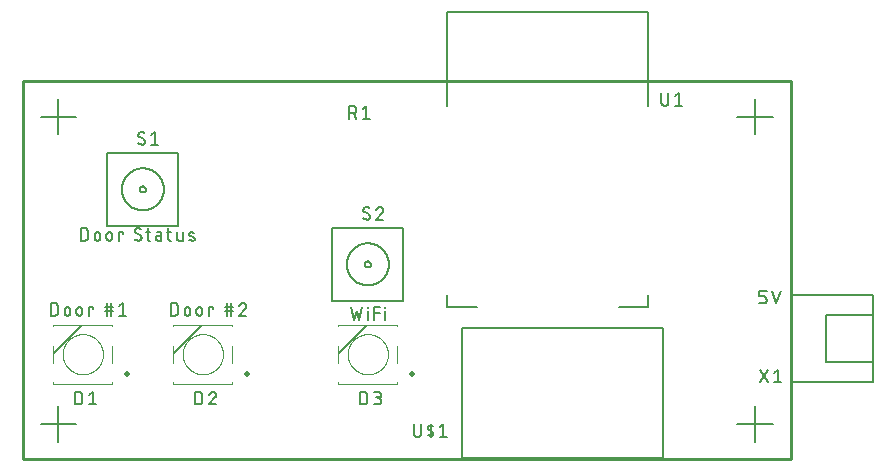
<source format=gbr>
G04 EAGLE Gerber RS-274X export*
G75*
%MOMM*%
%FSLAX34Y34*%
%LPD*%
%INSilkscreen Top*%
%IPPOS*%
%AMOC8*
5,1,8,0,0,1.08239X$1,22.5*%
G01*
G04 Define Apertures*
%ADD10C,0.203200*%
%ADD11C,0.152400*%
%ADD12C,0.200000*%
%ADD13C,0.127000*%
%ADD14C,0.120000*%
%ADD15C,0.500000*%
%ADD16C,0.254000*%
D10*
X623716Y132016D02*
X627272Y132016D01*
X627367Y132018D01*
X627463Y132024D01*
X627558Y132033D01*
X627652Y132047D01*
X627746Y132064D01*
X627839Y132085D01*
X627932Y132110D01*
X628023Y132138D01*
X628113Y132170D01*
X628201Y132206D01*
X628288Y132245D01*
X628374Y132288D01*
X628458Y132334D01*
X628539Y132383D01*
X628619Y132436D01*
X628696Y132492D01*
X628772Y132550D01*
X628844Y132612D01*
X628914Y132677D01*
X628982Y132745D01*
X629047Y132815D01*
X629109Y132887D01*
X629167Y132963D01*
X629223Y133040D01*
X629276Y133120D01*
X629325Y133202D01*
X629371Y133285D01*
X629414Y133371D01*
X629453Y133458D01*
X629489Y133546D01*
X629521Y133636D01*
X629549Y133727D01*
X629574Y133820D01*
X629595Y133913D01*
X629612Y134007D01*
X629626Y134101D01*
X629635Y134196D01*
X629641Y134292D01*
X629643Y134387D01*
X629643Y135572D01*
X629641Y135667D01*
X629635Y135763D01*
X629626Y135858D01*
X629612Y135952D01*
X629595Y136046D01*
X629574Y136139D01*
X629549Y136232D01*
X629521Y136323D01*
X629489Y136413D01*
X629453Y136501D01*
X629414Y136588D01*
X629371Y136674D01*
X629325Y136758D01*
X629276Y136839D01*
X629223Y136919D01*
X629167Y136996D01*
X629109Y137072D01*
X629047Y137144D01*
X628982Y137214D01*
X628914Y137282D01*
X628844Y137347D01*
X628772Y137409D01*
X628696Y137467D01*
X628619Y137523D01*
X628539Y137576D01*
X628458Y137625D01*
X628374Y137671D01*
X628288Y137714D01*
X628201Y137753D01*
X628113Y137789D01*
X628023Y137821D01*
X627932Y137849D01*
X627839Y137874D01*
X627746Y137895D01*
X627652Y137912D01*
X627558Y137926D01*
X627463Y137935D01*
X627367Y137941D01*
X627272Y137943D01*
X623716Y137943D01*
X623716Y142684D01*
X629643Y142684D01*
X634553Y142684D02*
X638109Y132016D01*
X641665Y142684D01*
X49276Y185166D02*
X49276Y195834D01*
X52239Y195834D01*
X52345Y195832D01*
X52450Y195826D01*
X52556Y195817D01*
X52661Y195804D01*
X52765Y195787D01*
X52869Y195766D01*
X52972Y195742D01*
X53074Y195714D01*
X53175Y195682D01*
X53274Y195647D01*
X53373Y195608D01*
X53470Y195566D01*
X53565Y195521D01*
X53659Y195472D01*
X53751Y195419D01*
X53841Y195364D01*
X53929Y195305D01*
X54015Y195243D01*
X54098Y195178D01*
X54179Y195110D01*
X54258Y195040D01*
X54334Y194966D01*
X54408Y194890D01*
X54478Y194811D01*
X54546Y194730D01*
X54611Y194647D01*
X54673Y194561D01*
X54732Y194473D01*
X54787Y194383D01*
X54840Y194291D01*
X54889Y194197D01*
X54934Y194102D01*
X54976Y194005D01*
X55015Y193906D01*
X55050Y193807D01*
X55082Y193706D01*
X55110Y193604D01*
X55134Y193501D01*
X55155Y193397D01*
X55172Y193293D01*
X55185Y193188D01*
X55194Y193082D01*
X55200Y192977D01*
X55202Y192871D01*
X55203Y192871D02*
X55203Y188129D01*
X55202Y188129D02*
X55200Y188023D01*
X55194Y187918D01*
X55185Y187812D01*
X55172Y187707D01*
X55155Y187603D01*
X55134Y187499D01*
X55110Y187396D01*
X55082Y187294D01*
X55050Y187193D01*
X55015Y187094D01*
X54976Y186995D01*
X54934Y186898D01*
X54889Y186803D01*
X54840Y186709D01*
X54787Y186617D01*
X54732Y186527D01*
X54673Y186439D01*
X54611Y186353D01*
X54546Y186270D01*
X54478Y186189D01*
X54408Y186110D01*
X54334Y186034D01*
X54258Y185960D01*
X54179Y185890D01*
X54098Y185822D01*
X54015Y185757D01*
X53929Y185695D01*
X53841Y185636D01*
X53751Y185581D01*
X53659Y185528D01*
X53565Y185479D01*
X53470Y185434D01*
X53373Y185392D01*
X53274Y185353D01*
X53175Y185318D01*
X53074Y185286D01*
X52972Y185258D01*
X52869Y185234D01*
X52765Y185213D01*
X52661Y185196D01*
X52556Y185183D01*
X52450Y185174D01*
X52345Y185168D01*
X52239Y185166D01*
X49276Y185166D01*
X60918Y187537D02*
X60918Y189907D01*
X60917Y189907D02*
X60919Y190004D01*
X60925Y190100D01*
X60935Y190196D01*
X60949Y190292D01*
X60966Y190387D01*
X60988Y190482D01*
X61013Y190575D01*
X61042Y190667D01*
X61075Y190758D01*
X61112Y190848D01*
X61152Y190936D01*
X61196Y191022D01*
X61243Y191106D01*
X61293Y191189D01*
X61347Y191269D01*
X61405Y191347D01*
X61465Y191423D01*
X61528Y191496D01*
X61594Y191566D01*
X61664Y191634D01*
X61735Y191699D01*
X61810Y191761D01*
X61887Y191819D01*
X61966Y191875D01*
X62047Y191927D01*
X62131Y191976D01*
X62216Y192022D01*
X62303Y192064D01*
X62392Y192102D01*
X62482Y192137D01*
X62574Y192168D01*
X62667Y192195D01*
X62760Y192219D01*
X62855Y192238D01*
X62951Y192254D01*
X63047Y192266D01*
X63143Y192274D01*
X63240Y192278D01*
X63336Y192278D01*
X63433Y192274D01*
X63529Y192266D01*
X63625Y192254D01*
X63721Y192238D01*
X63816Y192219D01*
X63909Y192195D01*
X64002Y192168D01*
X64094Y192137D01*
X64184Y192102D01*
X64273Y192064D01*
X64360Y192022D01*
X64445Y191976D01*
X64529Y191927D01*
X64610Y191875D01*
X64689Y191819D01*
X64766Y191761D01*
X64841Y191699D01*
X64912Y191634D01*
X64982Y191566D01*
X65048Y191496D01*
X65111Y191423D01*
X65171Y191347D01*
X65229Y191269D01*
X65283Y191189D01*
X65333Y191106D01*
X65380Y191022D01*
X65424Y190936D01*
X65464Y190848D01*
X65501Y190758D01*
X65534Y190667D01*
X65563Y190575D01*
X65588Y190482D01*
X65610Y190387D01*
X65627Y190292D01*
X65641Y190196D01*
X65651Y190100D01*
X65657Y190004D01*
X65659Y189907D01*
X65659Y187537D01*
X65657Y187440D01*
X65651Y187344D01*
X65641Y187248D01*
X65627Y187152D01*
X65610Y187057D01*
X65588Y186962D01*
X65563Y186869D01*
X65534Y186777D01*
X65501Y186686D01*
X65464Y186596D01*
X65424Y186508D01*
X65380Y186422D01*
X65333Y186338D01*
X65283Y186255D01*
X65229Y186175D01*
X65171Y186097D01*
X65111Y186021D01*
X65048Y185948D01*
X64982Y185878D01*
X64912Y185810D01*
X64841Y185745D01*
X64766Y185683D01*
X64689Y185625D01*
X64610Y185569D01*
X64529Y185517D01*
X64445Y185468D01*
X64360Y185422D01*
X64273Y185380D01*
X64184Y185342D01*
X64094Y185307D01*
X64002Y185276D01*
X63909Y185249D01*
X63816Y185225D01*
X63721Y185206D01*
X63625Y185190D01*
X63529Y185178D01*
X63433Y185170D01*
X63336Y185166D01*
X63240Y185166D01*
X63143Y185170D01*
X63047Y185178D01*
X62951Y185190D01*
X62855Y185206D01*
X62760Y185225D01*
X62667Y185249D01*
X62574Y185276D01*
X62482Y185307D01*
X62392Y185342D01*
X62303Y185380D01*
X62216Y185422D01*
X62131Y185468D01*
X62047Y185517D01*
X61966Y185569D01*
X61887Y185625D01*
X61810Y185683D01*
X61735Y185745D01*
X61664Y185810D01*
X61594Y185878D01*
X61528Y185948D01*
X61465Y186021D01*
X61405Y186097D01*
X61347Y186175D01*
X61293Y186255D01*
X61243Y186338D01*
X61196Y186422D01*
X61152Y186508D01*
X61112Y186596D01*
X61075Y186686D01*
X61042Y186777D01*
X61013Y186869D01*
X60988Y186962D01*
X60966Y187057D01*
X60949Y187152D01*
X60935Y187248D01*
X60925Y187344D01*
X60919Y187440D01*
X60917Y187537D01*
X70824Y187537D02*
X70824Y189907D01*
X70823Y189907D02*
X70825Y190004D01*
X70831Y190100D01*
X70841Y190196D01*
X70855Y190292D01*
X70872Y190387D01*
X70894Y190482D01*
X70919Y190575D01*
X70948Y190667D01*
X70981Y190758D01*
X71018Y190848D01*
X71058Y190936D01*
X71102Y191022D01*
X71149Y191106D01*
X71199Y191189D01*
X71253Y191269D01*
X71311Y191347D01*
X71371Y191423D01*
X71434Y191496D01*
X71500Y191566D01*
X71570Y191634D01*
X71641Y191699D01*
X71716Y191761D01*
X71793Y191819D01*
X71872Y191875D01*
X71953Y191927D01*
X72037Y191976D01*
X72122Y192022D01*
X72209Y192064D01*
X72298Y192102D01*
X72388Y192137D01*
X72480Y192168D01*
X72573Y192195D01*
X72666Y192219D01*
X72761Y192238D01*
X72857Y192254D01*
X72953Y192266D01*
X73049Y192274D01*
X73146Y192278D01*
X73242Y192278D01*
X73339Y192274D01*
X73435Y192266D01*
X73531Y192254D01*
X73627Y192238D01*
X73722Y192219D01*
X73815Y192195D01*
X73908Y192168D01*
X74000Y192137D01*
X74090Y192102D01*
X74179Y192064D01*
X74266Y192022D01*
X74351Y191976D01*
X74435Y191927D01*
X74516Y191875D01*
X74595Y191819D01*
X74672Y191761D01*
X74747Y191699D01*
X74818Y191634D01*
X74888Y191566D01*
X74954Y191496D01*
X75017Y191423D01*
X75077Y191347D01*
X75135Y191269D01*
X75189Y191189D01*
X75239Y191106D01*
X75286Y191022D01*
X75330Y190936D01*
X75370Y190848D01*
X75407Y190758D01*
X75440Y190667D01*
X75469Y190575D01*
X75494Y190482D01*
X75516Y190387D01*
X75533Y190292D01*
X75547Y190196D01*
X75557Y190100D01*
X75563Y190004D01*
X75565Y189907D01*
X75565Y187537D01*
X75563Y187440D01*
X75557Y187344D01*
X75547Y187248D01*
X75533Y187152D01*
X75516Y187057D01*
X75494Y186962D01*
X75469Y186869D01*
X75440Y186777D01*
X75407Y186686D01*
X75370Y186596D01*
X75330Y186508D01*
X75286Y186422D01*
X75239Y186338D01*
X75189Y186255D01*
X75135Y186175D01*
X75077Y186097D01*
X75017Y186021D01*
X74954Y185948D01*
X74888Y185878D01*
X74818Y185810D01*
X74747Y185745D01*
X74672Y185683D01*
X74595Y185625D01*
X74516Y185569D01*
X74435Y185517D01*
X74351Y185468D01*
X74266Y185422D01*
X74179Y185380D01*
X74090Y185342D01*
X74000Y185307D01*
X73908Y185276D01*
X73815Y185249D01*
X73722Y185225D01*
X73627Y185206D01*
X73531Y185190D01*
X73435Y185178D01*
X73339Y185170D01*
X73242Y185166D01*
X73146Y185166D01*
X73049Y185170D01*
X72953Y185178D01*
X72857Y185190D01*
X72761Y185206D01*
X72666Y185225D01*
X72573Y185249D01*
X72480Y185276D01*
X72388Y185307D01*
X72298Y185342D01*
X72209Y185380D01*
X72122Y185422D01*
X72037Y185468D01*
X71953Y185517D01*
X71872Y185569D01*
X71793Y185625D01*
X71716Y185683D01*
X71641Y185745D01*
X71570Y185810D01*
X71500Y185878D01*
X71434Y185948D01*
X71371Y186021D01*
X71311Y186097D01*
X71253Y186175D01*
X71199Y186255D01*
X71149Y186338D01*
X71102Y186422D01*
X71058Y186508D01*
X71018Y186596D01*
X70981Y186686D01*
X70948Y186777D01*
X70919Y186869D01*
X70894Y186962D01*
X70872Y187057D01*
X70855Y187152D01*
X70841Y187248D01*
X70831Y187344D01*
X70825Y187440D01*
X70823Y187537D01*
X81210Y185166D02*
X81210Y192278D01*
X84766Y192278D01*
X84766Y191093D01*
X98171Y185166D02*
X98267Y185168D01*
X98362Y185174D01*
X98457Y185183D01*
X98551Y185197D01*
X98645Y185214D01*
X98738Y185235D01*
X98831Y185260D01*
X98922Y185288D01*
X99012Y185320D01*
X99100Y185356D01*
X99187Y185395D01*
X99273Y185438D01*
X99357Y185484D01*
X99438Y185533D01*
X99518Y185586D01*
X99595Y185642D01*
X99671Y185700D01*
X99743Y185762D01*
X99813Y185827D01*
X99881Y185895D01*
X99946Y185965D01*
X100008Y186037D01*
X100066Y186113D01*
X100122Y186190D01*
X100175Y186270D01*
X100224Y186352D01*
X100270Y186435D01*
X100313Y186521D01*
X100352Y186608D01*
X100388Y186696D01*
X100420Y186786D01*
X100448Y186877D01*
X100473Y186970D01*
X100494Y187063D01*
X100511Y187157D01*
X100525Y187251D01*
X100534Y187346D01*
X100540Y187442D01*
X100542Y187537D01*
X98171Y185166D02*
X98035Y185168D01*
X97898Y185173D01*
X97762Y185183D01*
X97627Y185196D01*
X97491Y185212D01*
X97357Y185233D01*
X97222Y185257D01*
X97089Y185284D01*
X96956Y185316D01*
X96824Y185350D01*
X96693Y185389D01*
X96564Y185431D01*
X96435Y185476D01*
X96308Y185525D01*
X96182Y185578D01*
X96058Y185634D01*
X95935Y185693D01*
X95814Y185755D01*
X95694Y185821D01*
X95577Y185890D01*
X95461Y185963D01*
X95347Y186038D01*
X95236Y186116D01*
X95126Y186198D01*
X95019Y186282D01*
X94915Y186369D01*
X94812Y186459D01*
X94712Y186552D01*
X94615Y186648D01*
X94911Y193463D02*
X94913Y193558D01*
X94919Y193654D01*
X94928Y193749D01*
X94942Y193843D01*
X94959Y193937D01*
X94980Y194030D01*
X95005Y194123D01*
X95033Y194214D01*
X95065Y194304D01*
X95101Y194392D01*
X95140Y194479D01*
X95183Y194565D01*
X95229Y194649D01*
X95278Y194730D01*
X95331Y194810D01*
X95387Y194887D01*
X95445Y194963D01*
X95507Y195035D01*
X95572Y195105D01*
X95640Y195173D01*
X95710Y195238D01*
X95782Y195300D01*
X95858Y195358D01*
X95935Y195414D01*
X96015Y195467D01*
X96097Y195516D01*
X96180Y195562D01*
X96266Y195605D01*
X96353Y195644D01*
X96441Y195680D01*
X96531Y195712D01*
X96622Y195740D01*
X96715Y195765D01*
X96808Y195786D01*
X96902Y195803D01*
X96996Y195817D01*
X97091Y195826D01*
X97187Y195832D01*
X97282Y195834D01*
X97412Y195832D01*
X97542Y195826D01*
X97672Y195817D01*
X97801Y195804D01*
X97930Y195787D01*
X98058Y195766D01*
X98186Y195741D01*
X98313Y195713D01*
X98439Y195681D01*
X98564Y195645D01*
X98688Y195606D01*
X98810Y195563D01*
X98932Y195517D01*
X99052Y195466D01*
X99170Y195413D01*
X99287Y195356D01*
X99402Y195296D01*
X99516Y195232D01*
X99627Y195165D01*
X99737Y195095D01*
X99844Y195021D01*
X99949Y194945D01*
X96097Y191388D02*
X96015Y191439D01*
X95935Y191493D01*
X95857Y191549D01*
X95782Y191609D01*
X95709Y191672D01*
X95639Y191738D01*
X95572Y191806D01*
X95507Y191877D01*
X95445Y191951D01*
X95386Y192027D01*
X95330Y192105D01*
X95278Y192186D01*
X95228Y192268D01*
X95182Y192353D01*
X95140Y192439D01*
X95100Y192527D01*
X95065Y192616D01*
X95033Y192707D01*
X95004Y192799D01*
X94980Y192892D01*
X94959Y192985D01*
X94942Y193080D01*
X94928Y193175D01*
X94919Y193271D01*
X94913Y193367D01*
X94911Y193463D01*
X99357Y189612D02*
X99438Y189561D01*
X99518Y189507D01*
X99596Y189451D01*
X99671Y189391D01*
X99744Y189328D01*
X99814Y189262D01*
X99881Y189194D01*
X99946Y189123D01*
X100008Y189049D01*
X100067Y188973D01*
X100123Y188895D01*
X100175Y188814D01*
X100225Y188732D01*
X100271Y188647D01*
X100313Y188561D01*
X100353Y188473D01*
X100388Y188384D01*
X100420Y188293D01*
X100449Y188201D01*
X100473Y188108D01*
X100494Y188015D01*
X100511Y187920D01*
X100525Y187825D01*
X100534Y187729D01*
X100540Y187633D01*
X100542Y187537D01*
X99356Y189611D02*
X96097Y191389D01*
X104425Y192278D02*
X107981Y192278D01*
X105610Y195834D02*
X105610Y186944D01*
X105612Y186862D01*
X105618Y186780D01*
X105627Y186698D01*
X105640Y186617D01*
X105657Y186537D01*
X105678Y186457D01*
X105702Y186379D01*
X105730Y186302D01*
X105761Y186226D01*
X105796Y186151D01*
X105835Y186079D01*
X105876Y186008D01*
X105921Y185939D01*
X105969Y185873D01*
X106020Y185808D01*
X106074Y185746D01*
X106131Y185687D01*
X106190Y185630D01*
X106252Y185576D01*
X106317Y185525D01*
X106383Y185477D01*
X106452Y185432D01*
X106523Y185391D01*
X106595Y185352D01*
X106670Y185317D01*
X106746Y185286D01*
X106823Y185258D01*
X106901Y185234D01*
X106981Y185213D01*
X107061Y185196D01*
X107142Y185183D01*
X107224Y185174D01*
X107306Y185168D01*
X107388Y185166D01*
X107981Y185166D01*
X114720Y189315D02*
X117387Y189315D01*
X114720Y189314D02*
X114631Y189312D01*
X114542Y189306D01*
X114453Y189297D01*
X114365Y189283D01*
X114277Y189266D01*
X114190Y189245D01*
X114105Y189221D01*
X114020Y189192D01*
X113937Y189160D01*
X113855Y189125D01*
X113774Y189086D01*
X113696Y189044D01*
X113619Y188998D01*
X113545Y188949D01*
X113472Y188897D01*
X113402Y188841D01*
X113334Y188783D01*
X113269Y188722D01*
X113207Y188658D01*
X113147Y188592D01*
X113091Y188523D01*
X113037Y188452D01*
X112986Y188378D01*
X112939Y188303D01*
X112895Y188225D01*
X112854Y188146D01*
X112817Y188065D01*
X112783Y187982D01*
X112753Y187898D01*
X112727Y187813D01*
X112704Y187726D01*
X112685Y187639D01*
X112669Y187551D01*
X112658Y187463D01*
X112650Y187374D01*
X112646Y187285D01*
X112646Y187195D01*
X112650Y187106D01*
X112658Y187017D01*
X112669Y186929D01*
X112685Y186841D01*
X112704Y186754D01*
X112727Y186667D01*
X112753Y186582D01*
X112783Y186498D01*
X112817Y186415D01*
X112854Y186334D01*
X112895Y186255D01*
X112939Y186177D01*
X112986Y186102D01*
X113037Y186028D01*
X113091Y185957D01*
X113147Y185888D01*
X113207Y185822D01*
X113269Y185758D01*
X113334Y185697D01*
X113402Y185639D01*
X113472Y185583D01*
X113545Y185531D01*
X113619Y185482D01*
X113696Y185436D01*
X113774Y185394D01*
X113855Y185355D01*
X113937Y185320D01*
X114020Y185288D01*
X114105Y185259D01*
X114190Y185235D01*
X114277Y185214D01*
X114365Y185197D01*
X114453Y185183D01*
X114542Y185174D01*
X114631Y185168D01*
X114720Y185166D01*
X117387Y185166D01*
X117387Y190500D01*
X117385Y190582D01*
X117379Y190664D01*
X117370Y190746D01*
X117357Y190827D01*
X117340Y190907D01*
X117319Y190987D01*
X117295Y191065D01*
X117267Y191142D01*
X117236Y191218D01*
X117201Y191293D01*
X117162Y191365D01*
X117121Y191436D01*
X117076Y191505D01*
X117028Y191571D01*
X116977Y191636D01*
X116923Y191698D01*
X116866Y191757D01*
X116807Y191814D01*
X116745Y191868D01*
X116680Y191919D01*
X116614Y191967D01*
X116545Y192012D01*
X116474Y192053D01*
X116402Y192092D01*
X116327Y192127D01*
X116251Y192158D01*
X116174Y192186D01*
X116096Y192210D01*
X116016Y192231D01*
X115936Y192248D01*
X115855Y192261D01*
X115773Y192270D01*
X115691Y192276D01*
X115609Y192278D01*
X113238Y192278D01*
X121951Y192278D02*
X125507Y192278D01*
X123136Y195834D02*
X123136Y186944D01*
X123138Y186862D01*
X123144Y186780D01*
X123153Y186698D01*
X123166Y186617D01*
X123183Y186537D01*
X123204Y186457D01*
X123228Y186379D01*
X123256Y186302D01*
X123287Y186226D01*
X123322Y186151D01*
X123361Y186079D01*
X123402Y186008D01*
X123447Y185939D01*
X123495Y185873D01*
X123546Y185808D01*
X123600Y185746D01*
X123657Y185687D01*
X123716Y185630D01*
X123778Y185576D01*
X123843Y185525D01*
X123909Y185477D01*
X123978Y185432D01*
X124049Y185391D01*
X124121Y185352D01*
X124196Y185317D01*
X124272Y185286D01*
X124349Y185258D01*
X124427Y185234D01*
X124507Y185213D01*
X124587Y185196D01*
X124668Y185183D01*
X124750Y185174D01*
X124832Y185168D01*
X124914Y185166D01*
X125507Y185166D01*
X130641Y186944D02*
X130641Y192278D01*
X130641Y186944D02*
X130643Y186862D01*
X130649Y186780D01*
X130658Y186698D01*
X130671Y186617D01*
X130688Y186537D01*
X130709Y186457D01*
X130733Y186379D01*
X130761Y186302D01*
X130792Y186226D01*
X130827Y186151D01*
X130866Y186079D01*
X130907Y186008D01*
X130952Y185939D01*
X131000Y185873D01*
X131051Y185808D01*
X131105Y185746D01*
X131162Y185687D01*
X131221Y185630D01*
X131283Y185576D01*
X131348Y185525D01*
X131414Y185477D01*
X131483Y185432D01*
X131554Y185391D01*
X131626Y185352D01*
X131701Y185317D01*
X131777Y185286D01*
X131854Y185258D01*
X131932Y185234D01*
X132012Y185213D01*
X132092Y185196D01*
X132173Y185183D01*
X132255Y185174D01*
X132337Y185168D01*
X132419Y185166D01*
X135382Y185166D01*
X135382Y192278D01*
X141816Y189315D02*
X144780Y188129D01*
X141816Y189314D02*
X141745Y189345D01*
X141675Y189379D01*
X141607Y189416D01*
X141542Y189457D01*
X141478Y189502D01*
X141417Y189549D01*
X141358Y189600D01*
X141301Y189653D01*
X141248Y189709D01*
X141197Y189768D01*
X141150Y189829D01*
X141105Y189893D01*
X141064Y189958D01*
X141026Y190026D01*
X140992Y190096D01*
X140961Y190167D01*
X140934Y190239D01*
X140911Y190313D01*
X140891Y190388D01*
X140875Y190464D01*
X140863Y190541D01*
X140855Y190618D01*
X140851Y190695D01*
X140850Y190773D01*
X140854Y190850D01*
X140861Y190928D01*
X140873Y191004D01*
X140888Y191080D01*
X140907Y191156D01*
X140930Y191230D01*
X140956Y191303D01*
X140986Y191374D01*
X141020Y191444D01*
X141057Y191512D01*
X141098Y191578D01*
X141142Y191642D01*
X141189Y191704D01*
X141239Y191763D01*
X141292Y191819D01*
X141348Y191873D01*
X141406Y191924D01*
X141467Y191972D01*
X141530Y192017D01*
X141596Y192059D01*
X141663Y192097D01*
X141733Y192132D01*
X141804Y192163D01*
X141876Y192191D01*
X141950Y192214D01*
X142025Y192235D01*
X142100Y192251D01*
X142177Y192264D01*
X142254Y192272D01*
X142331Y192277D01*
X142409Y192278D01*
X142571Y192274D01*
X142733Y192266D01*
X142894Y192254D01*
X143055Y192238D01*
X143216Y192218D01*
X143376Y192195D01*
X143535Y192167D01*
X143694Y192136D01*
X143852Y192101D01*
X144009Y192062D01*
X144165Y192019D01*
X144320Y191973D01*
X144474Y191923D01*
X144627Y191869D01*
X144778Y191811D01*
X144928Y191750D01*
X145076Y191686D01*
X144780Y188130D02*
X144851Y188099D01*
X144921Y188065D01*
X144989Y188028D01*
X145054Y187987D01*
X145118Y187942D01*
X145179Y187895D01*
X145238Y187844D01*
X145295Y187791D01*
X145348Y187735D01*
X145399Y187676D01*
X145446Y187615D01*
X145491Y187551D01*
X145532Y187486D01*
X145570Y187418D01*
X145604Y187348D01*
X145635Y187277D01*
X145662Y187205D01*
X145685Y187131D01*
X145705Y187056D01*
X145721Y186980D01*
X145733Y186903D01*
X145741Y186826D01*
X145745Y186749D01*
X145746Y186671D01*
X145742Y186594D01*
X145735Y186516D01*
X145723Y186440D01*
X145708Y186364D01*
X145689Y186288D01*
X145666Y186214D01*
X145640Y186141D01*
X145610Y186070D01*
X145576Y186000D01*
X145539Y185932D01*
X145498Y185866D01*
X145454Y185802D01*
X145407Y185740D01*
X145357Y185681D01*
X145304Y185625D01*
X145248Y185571D01*
X145190Y185520D01*
X145129Y185472D01*
X145066Y185427D01*
X145000Y185385D01*
X144933Y185347D01*
X144863Y185312D01*
X144793Y185281D01*
X144720Y185253D01*
X144646Y185230D01*
X144571Y185209D01*
X144496Y185193D01*
X144419Y185180D01*
X144342Y185172D01*
X144265Y185167D01*
X144187Y185166D01*
X143950Y185172D01*
X143712Y185184D01*
X143475Y185201D01*
X143239Y185225D01*
X143003Y185253D01*
X142767Y185287D01*
X142533Y185327D01*
X142300Y185372D01*
X142067Y185423D01*
X141836Y185479D01*
X141607Y185541D01*
X141379Y185608D01*
X141152Y185681D01*
X140928Y185759D01*
X277876Y128684D02*
X280247Y118016D01*
X282617Y125128D01*
X284988Y118016D01*
X287359Y128684D01*
X292142Y125128D02*
X292142Y118016D01*
X291846Y128091D02*
X291846Y128684D01*
X292439Y128684D01*
X292439Y128091D01*
X291846Y128091D01*
X297595Y128684D02*
X297595Y118016D01*
X297595Y128684D02*
X302336Y128684D01*
X302336Y123943D02*
X297595Y123943D01*
X306620Y125128D02*
X306620Y118016D01*
X306324Y128091D02*
X306324Y128684D01*
X306917Y128684D01*
X306917Y128091D01*
X306324Y128091D01*
X125476Y132334D02*
X125476Y121666D01*
X125476Y132334D02*
X128439Y132334D01*
X128545Y132332D01*
X128650Y132326D01*
X128756Y132317D01*
X128861Y132304D01*
X128965Y132287D01*
X129069Y132266D01*
X129172Y132242D01*
X129274Y132214D01*
X129375Y132182D01*
X129474Y132147D01*
X129573Y132108D01*
X129670Y132066D01*
X129765Y132021D01*
X129859Y131972D01*
X129951Y131919D01*
X130041Y131864D01*
X130129Y131805D01*
X130215Y131743D01*
X130298Y131678D01*
X130379Y131610D01*
X130458Y131540D01*
X130534Y131466D01*
X130608Y131390D01*
X130678Y131311D01*
X130746Y131230D01*
X130811Y131147D01*
X130873Y131061D01*
X130932Y130973D01*
X130987Y130883D01*
X131040Y130791D01*
X131089Y130697D01*
X131134Y130602D01*
X131176Y130505D01*
X131215Y130406D01*
X131250Y130307D01*
X131282Y130206D01*
X131310Y130104D01*
X131334Y130001D01*
X131355Y129897D01*
X131372Y129793D01*
X131385Y129688D01*
X131394Y129582D01*
X131400Y129477D01*
X131402Y129371D01*
X131403Y129371D02*
X131403Y124629D01*
X131402Y124629D02*
X131400Y124523D01*
X131394Y124418D01*
X131385Y124312D01*
X131372Y124207D01*
X131355Y124103D01*
X131334Y123999D01*
X131310Y123896D01*
X131282Y123794D01*
X131250Y123693D01*
X131215Y123594D01*
X131176Y123495D01*
X131134Y123398D01*
X131089Y123303D01*
X131040Y123209D01*
X130987Y123117D01*
X130932Y123027D01*
X130873Y122939D01*
X130811Y122853D01*
X130746Y122770D01*
X130678Y122689D01*
X130608Y122610D01*
X130534Y122534D01*
X130458Y122460D01*
X130379Y122390D01*
X130298Y122322D01*
X130215Y122257D01*
X130129Y122195D01*
X130041Y122136D01*
X129951Y122081D01*
X129859Y122028D01*
X129765Y121979D01*
X129670Y121934D01*
X129573Y121892D01*
X129474Y121853D01*
X129375Y121818D01*
X129274Y121786D01*
X129172Y121758D01*
X129069Y121734D01*
X128965Y121713D01*
X128861Y121696D01*
X128756Y121683D01*
X128650Y121674D01*
X128545Y121668D01*
X128439Y121666D01*
X125476Y121666D01*
X137118Y124037D02*
X137118Y126407D01*
X137117Y126407D02*
X137119Y126504D01*
X137125Y126600D01*
X137135Y126696D01*
X137149Y126792D01*
X137166Y126887D01*
X137188Y126982D01*
X137213Y127075D01*
X137242Y127167D01*
X137275Y127258D01*
X137312Y127348D01*
X137352Y127436D01*
X137396Y127522D01*
X137443Y127606D01*
X137493Y127689D01*
X137547Y127769D01*
X137605Y127847D01*
X137665Y127923D01*
X137728Y127996D01*
X137794Y128066D01*
X137864Y128134D01*
X137935Y128199D01*
X138010Y128261D01*
X138087Y128319D01*
X138166Y128375D01*
X138247Y128427D01*
X138331Y128476D01*
X138416Y128522D01*
X138503Y128564D01*
X138592Y128602D01*
X138682Y128637D01*
X138774Y128668D01*
X138867Y128695D01*
X138960Y128719D01*
X139055Y128738D01*
X139151Y128754D01*
X139247Y128766D01*
X139343Y128774D01*
X139440Y128778D01*
X139536Y128778D01*
X139633Y128774D01*
X139729Y128766D01*
X139825Y128754D01*
X139921Y128738D01*
X140016Y128719D01*
X140109Y128695D01*
X140202Y128668D01*
X140294Y128637D01*
X140384Y128602D01*
X140473Y128564D01*
X140560Y128522D01*
X140645Y128476D01*
X140729Y128427D01*
X140810Y128375D01*
X140889Y128319D01*
X140966Y128261D01*
X141041Y128199D01*
X141112Y128134D01*
X141182Y128066D01*
X141248Y127996D01*
X141311Y127923D01*
X141371Y127847D01*
X141429Y127769D01*
X141483Y127689D01*
X141533Y127606D01*
X141580Y127522D01*
X141624Y127436D01*
X141664Y127348D01*
X141701Y127258D01*
X141734Y127167D01*
X141763Y127075D01*
X141788Y126982D01*
X141810Y126887D01*
X141827Y126792D01*
X141841Y126696D01*
X141851Y126600D01*
X141857Y126504D01*
X141859Y126407D01*
X141859Y124037D01*
X141857Y123940D01*
X141851Y123844D01*
X141841Y123748D01*
X141827Y123652D01*
X141810Y123557D01*
X141788Y123462D01*
X141763Y123369D01*
X141734Y123277D01*
X141701Y123186D01*
X141664Y123096D01*
X141624Y123008D01*
X141580Y122922D01*
X141533Y122838D01*
X141483Y122755D01*
X141429Y122675D01*
X141371Y122597D01*
X141311Y122521D01*
X141248Y122448D01*
X141182Y122378D01*
X141112Y122310D01*
X141041Y122245D01*
X140966Y122183D01*
X140889Y122125D01*
X140810Y122069D01*
X140729Y122017D01*
X140645Y121968D01*
X140560Y121922D01*
X140473Y121880D01*
X140384Y121842D01*
X140294Y121807D01*
X140202Y121776D01*
X140109Y121749D01*
X140016Y121725D01*
X139921Y121706D01*
X139825Y121690D01*
X139729Y121678D01*
X139633Y121670D01*
X139536Y121666D01*
X139440Y121666D01*
X139343Y121670D01*
X139247Y121678D01*
X139151Y121690D01*
X139055Y121706D01*
X138960Y121725D01*
X138867Y121749D01*
X138774Y121776D01*
X138682Y121807D01*
X138592Y121842D01*
X138503Y121880D01*
X138416Y121922D01*
X138331Y121968D01*
X138247Y122017D01*
X138166Y122069D01*
X138087Y122125D01*
X138010Y122183D01*
X137935Y122245D01*
X137864Y122310D01*
X137794Y122378D01*
X137728Y122448D01*
X137665Y122521D01*
X137605Y122597D01*
X137547Y122675D01*
X137493Y122755D01*
X137443Y122838D01*
X137396Y122922D01*
X137352Y123008D01*
X137312Y123096D01*
X137275Y123186D01*
X137242Y123277D01*
X137213Y123369D01*
X137188Y123462D01*
X137166Y123557D01*
X137149Y123652D01*
X137135Y123748D01*
X137125Y123844D01*
X137119Y123940D01*
X137117Y124037D01*
X147024Y124037D02*
X147024Y126407D01*
X147023Y126407D02*
X147025Y126504D01*
X147031Y126600D01*
X147041Y126696D01*
X147055Y126792D01*
X147072Y126887D01*
X147094Y126982D01*
X147119Y127075D01*
X147148Y127167D01*
X147181Y127258D01*
X147218Y127348D01*
X147258Y127436D01*
X147302Y127522D01*
X147349Y127606D01*
X147399Y127689D01*
X147453Y127769D01*
X147511Y127847D01*
X147571Y127923D01*
X147634Y127996D01*
X147700Y128066D01*
X147770Y128134D01*
X147841Y128199D01*
X147916Y128261D01*
X147993Y128319D01*
X148072Y128375D01*
X148153Y128427D01*
X148237Y128476D01*
X148322Y128522D01*
X148409Y128564D01*
X148498Y128602D01*
X148588Y128637D01*
X148680Y128668D01*
X148773Y128695D01*
X148866Y128719D01*
X148961Y128738D01*
X149057Y128754D01*
X149153Y128766D01*
X149249Y128774D01*
X149346Y128778D01*
X149442Y128778D01*
X149539Y128774D01*
X149635Y128766D01*
X149731Y128754D01*
X149827Y128738D01*
X149922Y128719D01*
X150015Y128695D01*
X150108Y128668D01*
X150200Y128637D01*
X150290Y128602D01*
X150379Y128564D01*
X150466Y128522D01*
X150551Y128476D01*
X150635Y128427D01*
X150716Y128375D01*
X150795Y128319D01*
X150872Y128261D01*
X150947Y128199D01*
X151018Y128134D01*
X151088Y128066D01*
X151154Y127996D01*
X151217Y127923D01*
X151277Y127847D01*
X151335Y127769D01*
X151389Y127689D01*
X151439Y127606D01*
X151486Y127522D01*
X151530Y127436D01*
X151570Y127348D01*
X151607Y127258D01*
X151640Y127167D01*
X151669Y127075D01*
X151694Y126982D01*
X151716Y126887D01*
X151733Y126792D01*
X151747Y126696D01*
X151757Y126600D01*
X151763Y126504D01*
X151765Y126407D01*
X151765Y124037D01*
X151763Y123940D01*
X151757Y123844D01*
X151747Y123748D01*
X151733Y123652D01*
X151716Y123557D01*
X151694Y123462D01*
X151669Y123369D01*
X151640Y123277D01*
X151607Y123186D01*
X151570Y123096D01*
X151530Y123008D01*
X151486Y122922D01*
X151439Y122838D01*
X151389Y122755D01*
X151335Y122675D01*
X151277Y122597D01*
X151217Y122521D01*
X151154Y122448D01*
X151088Y122378D01*
X151018Y122310D01*
X150947Y122245D01*
X150872Y122183D01*
X150795Y122125D01*
X150716Y122069D01*
X150635Y122017D01*
X150551Y121968D01*
X150466Y121922D01*
X150379Y121880D01*
X150290Y121842D01*
X150200Y121807D01*
X150108Y121776D01*
X150015Y121749D01*
X149922Y121725D01*
X149827Y121706D01*
X149731Y121690D01*
X149635Y121678D01*
X149539Y121670D01*
X149442Y121666D01*
X149346Y121666D01*
X149249Y121670D01*
X149153Y121678D01*
X149057Y121690D01*
X148961Y121706D01*
X148866Y121725D01*
X148773Y121749D01*
X148680Y121776D01*
X148588Y121807D01*
X148498Y121842D01*
X148409Y121880D01*
X148322Y121922D01*
X148237Y121968D01*
X148153Y122017D01*
X148072Y122069D01*
X147993Y122125D01*
X147916Y122183D01*
X147841Y122245D01*
X147770Y122310D01*
X147700Y122378D01*
X147634Y122448D01*
X147571Y122521D01*
X147511Y122597D01*
X147453Y122675D01*
X147399Y122755D01*
X147349Y122838D01*
X147302Y122922D01*
X147258Y123008D01*
X147218Y123096D01*
X147181Y123186D01*
X147148Y123277D01*
X147119Y123369D01*
X147094Y123462D01*
X147072Y123557D01*
X147055Y123652D01*
X147041Y123748D01*
X147031Y123844D01*
X147025Y123940D01*
X147023Y124037D01*
X157410Y121666D02*
X157410Y128778D01*
X160966Y128778D01*
X160966Y127593D01*
X170984Y125222D02*
X178096Y125222D01*
X178096Y128778D02*
X170984Y128778D01*
X172762Y132334D02*
X172762Y121666D01*
X176318Y121666D02*
X176318Y132334D01*
X186648Y132334D02*
X186750Y132332D01*
X186852Y132326D01*
X186954Y132316D01*
X187055Y132303D01*
X187156Y132285D01*
X187256Y132264D01*
X187355Y132239D01*
X187453Y132210D01*
X187549Y132177D01*
X187645Y132141D01*
X187739Y132101D01*
X187831Y132057D01*
X187922Y132010D01*
X188011Y131959D01*
X188098Y131906D01*
X188182Y131848D01*
X188265Y131788D01*
X188345Y131725D01*
X188422Y131658D01*
X188497Y131589D01*
X188570Y131516D01*
X188639Y131441D01*
X188706Y131364D01*
X188769Y131284D01*
X188829Y131201D01*
X188887Y131117D01*
X188940Y131030D01*
X188991Y130941D01*
X189038Y130850D01*
X189082Y130758D01*
X189122Y130664D01*
X189158Y130568D01*
X189191Y130472D01*
X189220Y130374D01*
X189245Y130275D01*
X189266Y130175D01*
X189284Y130074D01*
X189297Y129973D01*
X189307Y129871D01*
X189313Y129769D01*
X189315Y129667D01*
X186648Y132334D02*
X186532Y132332D01*
X186415Y132326D01*
X186299Y132316D01*
X186184Y132302D01*
X186069Y132285D01*
X185954Y132263D01*
X185841Y132237D01*
X185728Y132208D01*
X185616Y132175D01*
X185506Y132138D01*
X185397Y132097D01*
X185289Y132053D01*
X185183Y132005D01*
X185079Y131953D01*
X184976Y131898D01*
X184875Y131840D01*
X184777Y131778D01*
X184680Y131713D01*
X184586Y131644D01*
X184494Y131572D01*
X184405Y131498D01*
X184318Y131420D01*
X184234Y131339D01*
X184153Y131256D01*
X184075Y131170D01*
X183999Y131081D01*
X183927Y130990D01*
X183858Y130896D01*
X183792Y130800D01*
X183729Y130702D01*
X183670Y130602D01*
X183614Y130500D01*
X183562Y130396D01*
X183513Y130290D01*
X183468Y130183D01*
X183426Y130074D01*
X183389Y129964D01*
X188426Y127592D02*
X188501Y127666D01*
X188573Y127743D01*
X188642Y127823D01*
X188709Y127905D01*
X188772Y127989D01*
X188832Y128076D01*
X188889Y128164D01*
X188943Y128255D01*
X188993Y128348D01*
X189040Y128442D01*
X189083Y128538D01*
X189123Y128636D01*
X189159Y128735D01*
X189192Y128835D01*
X189220Y128937D01*
X189245Y129039D01*
X189267Y129143D01*
X189284Y129247D01*
X189298Y129351D01*
X189307Y129456D01*
X189313Y129562D01*
X189315Y129667D01*
X188426Y127593D02*
X183388Y121666D01*
X189315Y121666D01*
X23876Y121666D02*
X23876Y132334D01*
X26839Y132334D01*
X26945Y132332D01*
X27050Y132326D01*
X27156Y132317D01*
X27261Y132304D01*
X27365Y132287D01*
X27469Y132266D01*
X27572Y132242D01*
X27674Y132214D01*
X27775Y132182D01*
X27874Y132147D01*
X27973Y132108D01*
X28070Y132066D01*
X28165Y132021D01*
X28259Y131972D01*
X28351Y131919D01*
X28441Y131864D01*
X28529Y131805D01*
X28615Y131743D01*
X28698Y131678D01*
X28779Y131610D01*
X28858Y131540D01*
X28934Y131466D01*
X29008Y131390D01*
X29078Y131311D01*
X29146Y131230D01*
X29211Y131147D01*
X29273Y131061D01*
X29332Y130973D01*
X29387Y130883D01*
X29440Y130791D01*
X29489Y130697D01*
X29534Y130602D01*
X29576Y130505D01*
X29615Y130406D01*
X29650Y130307D01*
X29682Y130206D01*
X29710Y130104D01*
X29734Y130001D01*
X29755Y129897D01*
X29772Y129793D01*
X29785Y129688D01*
X29794Y129582D01*
X29800Y129477D01*
X29802Y129371D01*
X29803Y129371D02*
X29803Y124629D01*
X29802Y124629D02*
X29800Y124523D01*
X29794Y124418D01*
X29785Y124312D01*
X29772Y124207D01*
X29755Y124103D01*
X29734Y123999D01*
X29710Y123896D01*
X29682Y123794D01*
X29650Y123693D01*
X29615Y123594D01*
X29576Y123495D01*
X29534Y123398D01*
X29489Y123303D01*
X29440Y123209D01*
X29387Y123117D01*
X29332Y123027D01*
X29273Y122939D01*
X29211Y122853D01*
X29146Y122770D01*
X29078Y122689D01*
X29008Y122610D01*
X28934Y122534D01*
X28858Y122460D01*
X28779Y122390D01*
X28698Y122322D01*
X28615Y122257D01*
X28529Y122195D01*
X28441Y122136D01*
X28351Y122081D01*
X28259Y122028D01*
X28165Y121979D01*
X28070Y121934D01*
X27973Y121892D01*
X27874Y121853D01*
X27775Y121818D01*
X27674Y121786D01*
X27572Y121758D01*
X27469Y121734D01*
X27365Y121713D01*
X27261Y121696D01*
X27156Y121683D01*
X27050Y121674D01*
X26945Y121668D01*
X26839Y121666D01*
X23876Y121666D01*
X35518Y124037D02*
X35518Y126407D01*
X35517Y126407D02*
X35519Y126504D01*
X35525Y126600D01*
X35535Y126696D01*
X35549Y126792D01*
X35566Y126887D01*
X35588Y126982D01*
X35613Y127075D01*
X35642Y127167D01*
X35675Y127258D01*
X35712Y127348D01*
X35752Y127436D01*
X35796Y127522D01*
X35843Y127606D01*
X35893Y127689D01*
X35947Y127769D01*
X36005Y127847D01*
X36065Y127923D01*
X36128Y127996D01*
X36194Y128066D01*
X36264Y128134D01*
X36335Y128199D01*
X36410Y128261D01*
X36487Y128319D01*
X36566Y128375D01*
X36647Y128427D01*
X36731Y128476D01*
X36816Y128522D01*
X36903Y128564D01*
X36992Y128602D01*
X37082Y128637D01*
X37174Y128668D01*
X37267Y128695D01*
X37360Y128719D01*
X37455Y128738D01*
X37551Y128754D01*
X37647Y128766D01*
X37743Y128774D01*
X37840Y128778D01*
X37936Y128778D01*
X38033Y128774D01*
X38129Y128766D01*
X38225Y128754D01*
X38321Y128738D01*
X38416Y128719D01*
X38509Y128695D01*
X38602Y128668D01*
X38694Y128637D01*
X38784Y128602D01*
X38873Y128564D01*
X38960Y128522D01*
X39045Y128476D01*
X39129Y128427D01*
X39210Y128375D01*
X39289Y128319D01*
X39366Y128261D01*
X39441Y128199D01*
X39512Y128134D01*
X39582Y128066D01*
X39648Y127996D01*
X39711Y127923D01*
X39771Y127847D01*
X39829Y127769D01*
X39883Y127689D01*
X39933Y127606D01*
X39980Y127522D01*
X40024Y127436D01*
X40064Y127348D01*
X40101Y127258D01*
X40134Y127167D01*
X40163Y127075D01*
X40188Y126982D01*
X40210Y126887D01*
X40227Y126792D01*
X40241Y126696D01*
X40251Y126600D01*
X40257Y126504D01*
X40259Y126407D01*
X40259Y124037D01*
X40257Y123940D01*
X40251Y123844D01*
X40241Y123748D01*
X40227Y123652D01*
X40210Y123557D01*
X40188Y123462D01*
X40163Y123369D01*
X40134Y123277D01*
X40101Y123186D01*
X40064Y123096D01*
X40024Y123008D01*
X39980Y122922D01*
X39933Y122838D01*
X39883Y122755D01*
X39829Y122675D01*
X39771Y122597D01*
X39711Y122521D01*
X39648Y122448D01*
X39582Y122378D01*
X39512Y122310D01*
X39441Y122245D01*
X39366Y122183D01*
X39289Y122125D01*
X39210Y122069D01*
X39129Y122017D01*
X39045Y121968D01*
X38960Y121922D01*
X38873Y121880D01*
X38784Y121842D01*
X38694Y121807D01*
X38602Y121776D01*
X38509Y121749D01*
X38416Y121725D01*
X38321Y121706D01*
X38225Y121690D01*
X38129Y121678D01*
X38033Y121670D01*
X37936Y121666D01*
X37840Y121666D01*
X37743Y121670D01*
X37647Y121678D01*
X37551Y121690D01*
X37455Y121706D01*
X37360Y121725D01*
X37267Y121749D01*
X37174Y121776D01*
X37082Y121807D01*
X36992Y121842D01*
X36903Y121880D01*
X36816Y121922D01*
X36731Y121968D01*
X36647Y122017D01*
X36566Y122069D01*
X36487Y122125D01*
X36410Y122183D01*
X36335Y122245D01*
X36264Y122310D01*
X36194Y122378D01*
X36128Y122448D01*
X36065Y122521D01*
X36005Y122597D01*
X35947Y122675D01*
X35893Y122755D01*
X35843Y122838D01*
X35796Y122922D01*
X35752Y123008D01*
X35712Y123096D01*
X35675Y123186D01*
X35642Y123277D01*
X35613Y123369D01*
X35588Y123462D01*
X35566Y123557D01*
X35549Y123652D01*
X35535Y123748D01*
X35525Y123844D01*
X35519Y123940D01*
X35517Y124037D01*
X45424Y124037D02*
X45424Y126407D01*
X45423Y126407D02*
X45425Y126504D01*
X45431Y126600D01*
X45441Y126696D01*
X45455Y126792D01*
X45472Y126887D01*
X45494Y126982D01*
X45519Y127075D01*
X45548Y127167D01*
X45581Y127258D01*
X45618Y127348D01*
X45658Y127436D01*
X45702Y127522D01*
X45749Y127606D01*
X45799Y127689D01*
X45853Y127769D01*
X45911Y127847D01*
X45971Y127923D01*
X46034Y127996D01*
X46100Y128066D01*
X46170Y128134D01*
X46241Y128199D01*
X46316Y128261D01*
X46393Y128319D01*
X46472Y128375D01*
X46553Y128427D01*
X46637Y128476D01*
X46722Y128522D01*
X46809Y128564D01*
X46898Y128602D01*
X46988Y128637D01*
X47080Y128668D01*
X47173Y128695D01*
X47266Y128719D01*
X47361Y128738D01*
X47457Y128754D01*
X47553Y128766D01*
X47649Y128774D01*
X47746Y128778D01*
X47842Y128778D01*
X47939Y128774D01*
X48035Y128766D01*
X48131Y128754D01*
X48227Y128738D01*
X48322Y128719D01*
X48415Y128695D01*
X48508Y128668D01*
X48600Y128637D01*
X48690Y128602D01*
X48779Y128564D01*
X48866Y128522D01*
X48951Y128476D01*
X49035Y128427D01*
X49116Y128375D01*
X49195Y128319D01*
X49272Y128261D01*
X49347Y128199D01*
X49418Y128134D01*
X49488Y128066D01*
X49554Y127996D01*
X49617Y127923D01*
X49677Y127847D01*
X49735Y127769D01*
X49789Y127689D01*
X49839Y127606D01*
X49886Y127522D01*
X49930Y127436D01*
X49970Y127348D01*
X50007Y127258D01*
X50040Y127167D01*
X50069Y127075D01*
X50094Y126982D01*
X50116Y126887D01*
X50133Y126792D01*
X50147Y126696D01*
X50157Y126600D01*
X50163Y126504D01*
X50165Y126407D01*
X50165Y124037D01*
X50163Y123940D01*
X50157Y123844D01*
X50147Y123748D01*
X50133Y123652D01*
X50116Y123557D01*
X50094Y123462D01*
X50069Y123369D01*
X50040Y123277D01*
X50007Y123186D01*
X49970Y123096D01*
X49930Y123008D01*
X49886Y122922D01*
X49839Y122838D01*
X49789Y122755D01*
X49735Y122675D01*
X49677Y122597D01*
X49617Y122521D01*
X49554Y122448D01*
X49488Y122378D01*
X49418Y122310D01*
X49347Y122245D01*
X49272Y122183D01*
X49195Y122125D01*
X49116Y122069D01*
X49035Y122017D01*
X48951Y121968D01*
X48866Y121922D01*
X48779Y121880D01*
X48690Y121842D01*
X48600Y121807D01*
X48508Y121776D01*
X48415Y121749D01*
X48322Y121725D01*
X48227Y121706D01*
X48131Y121690D01*
X48035Y121678D01*
X47939Y121670D01*
X47842Y121666D01*
X47746Y121666D01*
X47649Y121670D01*
X47553Y121678D01*
X47457Y121690D01*
X47361Y121706D01*
X47266Y121725D01*
X47173Y121749D01*
X47080Y121776D01*
X46988Y121807D01*
X46898Y121842D01*
X46809Y121880D01*
X46722Y121922D01*
X46637Y121968D01*
X46553Y122017D01*
X46472Y122069D01*
X46393Y122125D01*
X46316Y122183D01*
X46241Y122245D01*
X46170Y122310D01*
X46100Y122378D01*
X46034Y122448D01*
X45971Y122521D01*
X45911Y122597D01*
X45853Y122675D01*
X45799Y122755D01*
X45749Y122838D01*
X45702Y122922D01*
X45658Y123008D01*
X45618Y123096D01*
X45581Y123186D01*
X45548Y123277D01*
X45519Y123369D01*
X45494Y123462D01*
X45472Y123557D01*
X45455Y123652D01*
X45441Y123748D01*
X45431Y123844D01*
X45425Y123940D01*
X45423Y124037D01*
X55810Y121666D02*
X55810Y128778D01*
X59366Y128778D01*
X59366Y127593D01*
X69384Y125222D02*
X76496Y125222D01*
X76496Y128778D02*
X69384Y128778D01*
X71162Y132334D02*
X71162Y121666D01*
X74718Y121666D02*
X74718Y132334D01*
X81788Y129963D02*
X84751Y132334D01*
X84751Y121666D01*
X81788Y121666D02*
X87715Y121666D01*
D11*
X50000Y113500D02*
X26000Y90000D01*
X127600Y90000D02*
X151600Y113500D01*
X267300Y90000D02*
X291300Y113500D01*
X45000Y290000D02*
X15000Y290000D01*
X30000Y305000D02*
X30000Y275000D01*
X605000Y290000D02*
X635000Y290000D01*
X620000Y305000D02*
X620000Y275000D01*
X605000Y30000D02*
X635000Y30000D01*
X620000Y45000D02*
X620000Y15000D01*
X45000Y30000D02*
X15000Y30000D01*
X30000Y45000D02*
X30000Y15000D01*
D12*
X359500Y378740D02*
X529500Y378740D01*
X359500Y138740D02*
X359500Y128740D01*
X384500Y128740D01*
X504500Y128740D02*
X529500Y128740D01*
X529500Y138740D01*
X359500Y298740D02*
X359500Y378740D01*
X529500Y378740D02*
X529500Y298740D01*
D10*
X540711Y302258D02*
X540711Y309963D01*
X540711Y302258D02*
X540713Y302151D01*
X540719Y302044D01*
X540728Y301938D01*
X540742Y301832D01*
X540759Y301726D01*
X540780Y301621D01*
X540805Y301517D01*
X540834Y301414D01*
X540866Y301312D01*
X540902Y301211D01*
X540942Y301112D01*
X540985Y301014D01*
X541032Y300918D01*
X541082Y300823D01*
X541135Y300730D01*
X541192Y300640D01*
X541252Y300551D01*
X541315Y300465D01*
X541381Y300381D01*
X541451Y300299D01*
X541523Y300220D01*
X541598Y300144D01*
X541676Y300070D01*
X541756Y300000D01*
X541839Y299932D01*
X541924Y299867D01*
X542011Y299806D01*
X542101Y299747D01*
X542193Y299692D01*
X542286Y299640D01*
X542382Y299592D01*
X542479Y299547D01*
X542577Y299505D01*
X542677Y299468D01*
X542779Y299433D01*
X542881Y299403D01*
X542985Y299376D01*
X543089Y299353D01*
X543195Y299334D01*
X543301Y299319D01*
X543407Y299307D01*
X543514Y299299D01*
X543621Y299295D01*
X543727Y299295D01*
X543834Y299299D01*
X543941Y299307D01*
X544047Y299319D01*
X544153Y299334D01*
X544259Y299353D01*
X544363Y299376D01*
X544467Y299403D01*
X544569Y299433D01*
X544671Y299468D01*
X544771Y299505D01*
X544869Y299547D01*
X544966Y299592D01*
X545062Y299640D01*
X545156Y299692D01*
X545247Y299747D01*
X545337Y299806D01*
X545424Y299867D01*
X545509Y299932D01*
X545592Y300000D01*
X545672Y300070D01*
X545750Y300144D01*
X545825Y300220D01*
X545897Y300299D01*
X545967Y300381D01*
X546033Y300465D01*
X546096Y300551D01*
X546156Y300640D01*
X546213Y300730D01*
X546266Y300823D01*
X546316Y300918D01*
X546363Y301014D01*
X546406Y301112D01*
X546446Y301211D01*
X546482Y301312D01*
X546514Y301414D01*
X546543Y301517D01*
X546568Y301621D01*
X546589Y301726D01*
X546606Y301832D01*
X546620Y301938D01*
X546629Y302044D01*
X546635Y302151D01*
X546637Y302258D01*
X546637Y309963D01*
X552522Y307592D02*
X555485Y309963D01*
X555485Y299295D01*
X552522Y299295D02*
X558448Y299295D01*
D13*
X131600Y259600D02*
X71600Y259600D01*
X131600Y259600D02*
X131600Y197600D01*
X71600Y197600D01*
X71600Y259600D01*
D11*
X83820Y228600D02*
X83825Y229036D01*
X83841Y229472D01*
X83868Y229908D01*
X83906Y230343D01*
X83954Y230776D01*
X84012Y231209D01*
X84082Y231640D01*
X84162Y232069D01*
X84252Y232496D01*
X84353Y232920D01*
X84464Y233342D01*
X84586Y233761D01*
X84717Y234177D01*
X84859Y234590D01*
X85011Y234999D01*
X85173Y235404D01*
X85345Y235805D01*
X85527Y236202D01*
X85718Y236594D01*
X85919Y236981D01*
X86130Y237364D01*
X86350Y237741D01*
X86579Y238112D01*
X86816Y238478D01*
X87063Y238838D01*
X87319Y239192D01*
X87583Y239539D01*
X87856Y239880D01*
X88137Y240213D01*
X88426Y240540D01*
X88723Y240860D01*
X89028Y241172D01*
X89340Y241477D01*
X89660Y241774D01*
X89987Y242063D01*
X90320Y242344D01*
X90661Y242617D01*
X91008Y242881D01*
X91362Y243137D01*
X91722Y243384D01*
X92088Y243621D01*
X92459Y243850D01*
X92836Y244070D01*
X93219Y244281D01*
X93606Y244482D01*
X93998Y244673D01*
X94395Y244855D01*
X94796Y245027D01*
X95201Y245189D01*
X95610Y245341D01*
X96023Y245483D01*
X96439Y245614D01*
X96858Y245736D01*
X97280Y245847D01*
X97704Y245948D01*
X98131Y246038D01*
X98560Y246118D01*
X98991Y246188D01*
X99424Y246246D01*
X99857Y246294D01*
X100292Y246332D01*
X100728Y246359D01*
X101164Y246375D01*
X101600Y246380D01*
X102036Y246375D01*
X102472Y246359D01*
X102908Y246332D01*
X103343Y246294D01*
X103776Y246246D01*
X104209Y246188D01*
X104640Y246118D01*
X105069Y246038D01*
X105496Y245948D01*
X105920Y245847D01*
X106342Y245736D01*
X106761Y245614D01*
X107177Y245483D01*
X107590Y245341D01*
X107999Y245189D01*
X108404Y245027D01*
X108805Y244855D01*
X109202Y244673D01*
X109594Y244482D01*
X109981Y244281D01*
X110364Y244070D01*
X110741Y243850D01*
X111112Y243621D01*
X111478Y243384D01*
X111838Y243137D01*
X112192Y242881D01*
X112539Y242617D01*
X112880Y242344D01*
X113213Y242063D01*
X113540Y241774D01*
X113860Y241477D01*
X114172Y241172D01*
X114477Y240860D01*
X114774Y240540D01*
X115063Y240213D01*
X115344Y239880D01*
X115617Y239539D01*
X115881Y239192D01*
X116137Y238838D01*
X116384Y238478D01*
X116621Y238112D01*
X116850Y237741D01*
X117070Y237364D01*
X117281Y236981D01*
X117482Y236594D01*
X117673Y236202D01*
X117855Y235805D01*
X118027Y235404D01*
X118189Y234999D01*
X118341Y234590D01*
X118483Y234177D01*
X118614Y233761D01*
X118736Y233342D01*
X118847Y232920D01*
X118948Y232496D01*
X119038Y232069D01*
X119118Y231640D01*
X119188Y231209D01*
X119246Y230776D01*
X119294Y230343D01*
X119332Y229908D01*
X119359Y229472D01*
X119375Y229036D01*
X119380Y228600D01*
X119375Y228164D01*
X119359Y227728D01*
X119332Y227292D01*
X119294Y226857D01*
X119246Y226424D01*
X119188Y225991D01*
X119118Y225560D01*
X119038Y225131D01*
X118948Y224704D01*
X118847Y224280D01*
X118736Y223858D01*
X118614Y223439D01*
X118483Y223023D01*
X118341Y222610D01*
X118189Y222201D01*
X118027Y221796D01*
X117855Y221395D01*
X117673Y220998D01*
X117482Y220606D01*
X117281Y220219D01*
X117070Y219836D01*
X116850Y219459D01*
X116621Y219088D01*
X116384Y218722D01*
X116137Y218362D01*
X115881Y218008D01*
X115617Y217661D01*
X115344Y217320D01*
X115063Y216987D01*
X114774Y216660D01*
X114477Y216340D01*
X114172Y216028D01*
X113860Y215723D01*
X113540Y215426D01*
X113213Y215137D01*
X112880Y214856D01*
X112539Y214583D01*
X112192Y214319D01*
X111838Y214063D01*
X111478Y213816D01*
X111112Y213579D01*
X110741Y213350D01*
X110364Y213130D01*
X109981Y212919D01*
X109594Y212718D01*
X109202Y212527D01*
X108805Y212345D01*
X108404Y212173D01*
X107999Y212011D01*
X107590Y211859D01*
X107177Y211717D01*
X106761Y211586D01*
X106342Y211464D01*
X105920Y211353D01*
X105496Y211252D01*
X105069Y211162D01*
X104640Y211082D01*
X104209Y211012D01*
X103776Y210954D01*
X103343Y210906D01*
X102908Y210868D01*
X102472Y210841D01*
X102036Y210825D01*
X101600Y210820D01*
X101164Y210825D01*
X100728Y210841D01*
X100292Y210868D01*
X99857Y210906D01*
X99424Y210954D01*
X98991Y211012D01*
X98560Y211082D01*
X98131Y211162D01*
X97704Y211252D01*
X97280Y211353D01*
X96858Y211464D01*
X96439Y211586D01*
X96023Y211717D01*
X95610Y211859D01*
X95201Y212011D01*
X94796Y212173D01*
X94395Y212345D01*
X93998Y212527D01*
X93606Y212718D01*
X93219Y212919D01*
X92836Y213130D01*
X92459Y213350D01*
X92088Y213579D01*
X91722Y213816D01*
X91362Y214063D01*
X91008Y214319D01*
X90661Y214583D01*
X90320Y214856D01*
X89987Y215137D01*
X89660Y215426D01*
X89340Y215723D01*
X89028Y216028D01*
X88723Y216340D01*
X88426Y216660D01*
X88137Y216987D01*
X87856Y217320D01*
X87583Y217661D01*
X87319Y218008D01*
X87063Y218362D01*
X86816Y218722D01*
X86579Y219088D01*
X86350Y219459D01*
X86130Y219836D01*
X85919Y220219D01*
X85718Y220606D01*
X85527Y220998D01*
X85345Y221395D01*
X85173Y221796D01*
X85011Y222201D01*
X84859Y222610D01*
X84717Y223023D01*
X84586Y223439D01*
X84464Y223858D01*
X84353Y224280D01*
X84252Y224704D01*
X84162Y225131D01*
X84082Y225560D01*
X84012Y225991D01*
X83954Y226424D01*
X83906Y226857D01*
X83868Y227292D01*
X83841Y227728D01*
X83825Y228164D01*
X83820Y228600D01*
X99060Y228600D02*
X99062Y228700D01*
X99068Y228801D01*
X99078Y228900D01*
X99092Y229000D01*
X99109Y229099D01*
X99131Y229197D01*
X99157Y229294D01*
X99186Y229390D01*
X99219Y229484D01*
X99256Y229578D01*
X99296Y229670D01*
X99340Y229760D01*
X99388Y229848D01*
X99439Y229935D01*
X99493Y230019D01*
X99551Y230101D01*
X99612Y230181D01*
X99676Y230258D01*
X99743Y230333D01*
X99813Y230405D01*
X99886Y230474D01*
X99961Y230540D01*
X100039Y230604D01*
X100119Y230664D01*
X100202Y230721D01*
X100287Y230774D01*
X100374Y230824D01*
X100463Y230871D01*
X100553Y230914D01*
X100645Y230954D01*
X100739Y230990D01*
X100834Y231022D01*
X100930Y231050D01*
X101028Y231075D01*
X101126Y231095D01*
X101225Y231112D01*
X101325Y231125D01*
X101424Y231134D01*
X101525Y231139D01*
X101625Y231140D01*
X101725Y231137D01*
X101826Y231130D01*
X101925Y231119D01*
X102025Y231104D01*
X102123Y231086D01*
X102221Y231063D01*
X102318Y231036D01*
X102413Y231006D01*
X102508Y230972D01*
X102601Y230934D01*
X102692Y230893D01*
X102782Y230848D01*
X102870Y230800D01*
X102956Y230748D01*
X103040Y230693D01*
X103121Y230634D01*
X103200Y230572D01*
X103277Y230508D01*
X103351Y230440D01*
X103422Y230369D01*
X103491Y230296D01*
X103556Y230220D01*
X103619Y230141D01*
X103678Y230060D01*
X103734Y229977D01*
X103787Y229892D01*
X103836Y229804D01*
X103882Y229715D01*
X103924Y229624D01*
X103963Y229531D01*
X103998Y229437D01*
X104029Y229342D01*
X104057Y229245D01*
X104080Y229148D01*
X104100Y229049D01*
X104116Y228950D01*
X104128Y228851D01*
X104136Y228750D01*
X104140Y228650D01*
X104140Y228550D01*
X104136Y228450D01*
X104128Y228349D01*
X104116Y228250D01*
X104100Y228151D01*
X104080Y228052D01*
X104057Y227955D01*
X104029Y227858D01*
X103998Y227763D01*
X103963Y227669D01*
X103924Y227576D01*
X103882Y227485D01*
X103836Y227396D01*
X103787Y227308D01*
X103734Y227223D01*
X103678Y227140D01*
X103619Y227059D01*
X103556Y226980D01*
X103491Y226904D01*
X103422Y226831D01*
X103351Y226760D01*
X103277Y226692D01*
X103200Y226628D01*
X103121Y226566D01*
X103040Y226507D01*
X102956Y226452D01*
X102870Y226400D01*
X102782Y226352D01*
X102692Y226307D01*
X102601Y226266D01*
X102508Y226228D01*
X102413Y226194D01*
X102318Y226164D01*
X102221Y226137D01*
X102123Y226114D01*
X102025Y226096D01*
X101925Y226081D01*
X101826Y226070D01*
X101725Y226063D01*
X101625Y226060D01*
X101525Y226061D01*
X101424Y226066D01*
X101325Y226075D01*
X101225Y226088D01*
X101126Y226105D01*
X101028Y226125D01*
X100930Y226150D01*
X100834Y226178D01*
X100739Y226210D01*
X100645Y226246D01*
X100553Y226286D01*
X100463Y226329D01*
X100374Y226376D01*
X100287Y226426D01*
X100202Y226479D01*
X100119Y226536D01*
X100039Y226596D01*
X99961Y226660D01*
X99886Y226726D01*
X99813Y226795D01*
X99743Y226867D01*
X99676Y226942D01*
X99612Y227019D01*
X99551Y227099D01*
X99493Y227181D01*
X99439Y227265D01*
X99388Y227352D01*
X99340Y227440D01*
X99296Y227530D01*
X99256Y227622D01*
X99219Y227716D01*
X99186Y227810D01*
X99157Y227906D01*
X99131Y228003D01*
X99109Y228101D01*
X99092Y228200D01*
X99078Y228300D01*
X99068Y228399D01*
X99062Y228500D01*
X99060Y228600D01*
D10*
X101092Y266446D02*
X101188Y266448D01*
X101283Y266454D01*
X101378Y266463D01*
X101472Y266477D01*
X101566Y266494D01*
X101659Y266515D01*
X101752Y266540D01*
X101843Y266568D01*
X101933Y266600D01*
X102021Y266636D01*
X102108Y266675D01*
X102194Y266718D01*
X102278Y266764D01*
X102359Y266813D01*
X102439Y266866D01*
X102516Y266922D01*
X102592Y266980D01*
X102664Y267042D01*
X102734Y267107D01*
X102802Y267175D01*
X102867Y267245D01*
X102929Y267317D01*
X102987Y267393D01*
X103043Y267470D01*
X103096Y267550D01*
X103145Y267632D01*
X103191Y267715D01*
X103234Y267801D01*
X103273Y267888D01*
X103309Y267976D01*
X103341Y268066D01*
X103369Y268157D01*
X103394Y268250D01*
X103415Y268343D01*
X103432Y268437D01*
X103446Y268531D01*
X103455Y268626D01*
X103461Y268722D01*
X103463Y268817D01*
X101092Y266446D02*
X100956Y266448D01*
X100819Y266453D01*
X100683Y266463D01*
X100548Y266476D01*
X100412Y266492D01*
X100278Y266513D01*
X100143Y266537D01*
X100010Y266564D01*
X99877Y266596D01*
X99745Y266630D01*
X99614Y266669D01*
X99485Y266711D01*
X99356Y266756D01*
X99229Y266805D01*
X99103Y266858D01*
X98979Y266914D01*
X98856Y266973D01*
X98735Y267035D01*
X98615Y267101D01*
X98498Y267170D01*
X98382Y267243D01*
X98268Y267318D01*
X98157Y267396D01*
X98047Y267478D01*
X97940Y267562D01*
X97836Y267649D01*
X97733Y267739D01*
X97633Y267832D01*
X97536Y267928D01*
X97832Y274743D02*
X97834Y274838D01*
X97840Y274934D01*
X97849Y275029D01*
X97863Y275123D01*
X97880Y275217D01*
X97901Y275310D01*
X97926Y275403D01*
X97954Y275494D01*
X97986Y275584D01*
X98022Y275672D01*
X98061Y275759D01*
X98104Y275845D01*
X98150Y275929D01*
X98199Y276010D01*
X98252Y276090D01*
X98308Y276167D01*
X98366Y276243D01*
X98428Y276315D01*
X98493Y276385D01*
X98561Y276453D01*
X98631Y276518D01*
X98703Y276580D01*
X98779Y276638D01*
X98856Y276694D01*
X98936Y276747D01*
X99018Y276796D01*
X99101Y276842D01*
X99187Y276885D01*
X99274Y276924D01*
X99362Y276960D01*
X99452Y276992D01*
X99543Y277020D01*
X99636Y277045D01*
X99729Y277066D01*
X99823Y277083D01*
X99917Y277097D01*
X100012Y277106D01*
X100108Y277112D01*
X100203Y277114D01*
X100333Y277112D01*
X100463Y277106D01*
X100593Y277097D01*
X100722Y277084D01*
X100851Y277067D01*
X100979Y277046D01*
X101107Y277021D01*
X101234Y276993D01*
X101360Y276961D01*
X101485Y276925D01*
X101609Y276886D01*
X101731Y276843D01*
X101853Y276797D01*
X101973Y276746D01*
X102091Y276693D01*
X102208Y276636D01*
X102323Y276576D01*
X102437Y276512D01*
X102548Y276445D01*
X102658Y276375D01*
X102765Y276301D01*
X102870Y276225D01*
X99018Y272668D02*
X98936Y272719D01*
X98856Y272773D01*
X98778Y272829D01*
X98703Y272889D01*
X98630Y272952D01*
X98560Y273018D01*
X98493Y273086D01*
X98428Y273157D01*
X98366Y273231D01*
X98307Y273307D01*
X98251Y273385D01*
X98199Y273466D01*
X98149Y273548D01*
X98103Y273633D01*
X98061Y273719D01*
X98021Y273807D01*
X97986Y273896D01*
X97954Y273987D01*
X97925Y274079D01*
X97901Y274172D01*
X97880Y274265D01*
X97863Y274360D01*
X97849Y274455D01*
X97840Y274551D01*
X97834Y274647D01*
X97832Y274743D01*
X102278Y270892D02*
X102359Y270841D01*
X102439Y270787D01*
X102517Y270731D01*
X102592Y270671D01*
X102665Y270608D01*
X102735Y270542D01*
X102802Y270474D01*
X102867Y270403D01*
X102929Y270329D01*
X102988Y270253D01*
X103044Y270175D01*
X103096Y270094D01*
X103146Y270012D01*
X103192Y269927D01*
X103234Y269841D01*
X103274Y269753D01*
X103309Y269664D01*
X103341Y269573D01*
X103370Y269481D01*
X103394Y269388D01*
X103415Y269295D01*
X103432Y269200D01*
X103446Y269105D01*
X103455Y269009D01*
X103461Y268913D01*
X103463Y268817D01*
X102277Y270891D02*
X99018Y272669D01*
X108585Y274743D02*
X111548Y277114D01*
X111548Y266446D01*
X108585Y266446D02*
X114512Y266446D01*
D13*
X262100Y196100D02*
X322100Y196100D01*
X322100Y134100D01*
X262100Y134100D01*
X262100Y196100D01*
D11*
X274320Y165100D02*
X274325Y165536D01*
X274341Y165972D01*
X274368Y166408D01*
X274406Y166843D01*
X274454Y167276D01*
X274512Y167709D01*
X274582Y168140D01*
X274662Y168569D01*
X274752Y168996D01*
X274853Y169420D01*
X274964Y169842D01*
X275086Y170261D01*
X275217Y170677D01*
X275359Y171090D01*
X275511Y171499D01*
X275673Y171904D01*
X275845Y172305D01*
X276027Y172702D01*
X276218Y173094D01*
X276419Y173481D01*
X276630Y173864D01*
X276850Y174241D01*
X277079Y174612D01*
X277316Y174978D01*
X277563Y175338D01*
X277819Y175692D01*
X278083Y176039D01*
X278356Y176380D01*
X278637Y176713D01*
X278926Y177040D01*
X279223Y177360D01*
X279528Y177672D01*
X279840Y177977D01*
X280160Y178274D01*
X280487Y178563D01*
X280820Y178844D01*
X281161Y179117D01*
X281508Y179381D01*
X281862Y179637D01*
X282222Y179884D01*
X282588Y180121D01*
X282959Y180350D01*
X283336Y180570D01*
X283719Y180781D01*
X284106Y180982D01*
X284498Y181173D01*
X284895Y181355D01*
X285296Y181527D01*
X285701Y181689D01*
X286110Y181841D01*
X286523Y181983D01*
X286939Y182114D01*
X287358Y182236D01*
X287780Y182347D01*
X288204Y182448D01*
X288631Y182538D01*
X289060Y182618D01*
X289491Y182688D01*
X289924Y182746D01*
X290357Y182794D01*
X290792Y182832D01*
X291228Y182859D01*
X291664Y182875D01*
X292100Y182880D01*
X292536Y182875D01*
X292972Y182859D01*
X293408Y182832D01*
X293843Y182794D01*
X294276Y182746D01*
X294709Y182688D01*
X295140Y182618D01*
X295569Y182538D01*
X295996Y182448D01*
X296420Y182347D01*
X296842Y182236D01*
X297261Y182114D01*
X297677Y181983D01*
X298090Y181841D01*
X298499Y181689D01*
X298904Y181527D01*
X299305Y181355D01*
X299702Y181173D01*
X300094Y180982D01*
X300481Y180781D01*
X300864Y180570D01*
X301241Y180350D01*
X301612Y180121D01*
X301978Y179884D01*
X302338Y179637D01*
X302692Y179381D01*
X303039Y179117D01*
X303380Y178844D01*
X303713Y178563D01*
X304040Y178274D01*
X304360Y177977D01*
X304672Y177672D01*
X304977Y177360D01*
X305274Y177040D01*
X305563Y176713D01*
X305844Y176380D01*
X306117Y176039D01*
X306381Y175692D01*
X306637Y175338D01*
X306884Y174978D01*
X307121Y174612D01*
X307350Y174241D01*
X307570Y173864D01*
X307781Y173481D01*
X307982Y173094D01*
X308173Y172702D01*
X308355Y172305D01*
X308527Y171904D01*
X308689Y171499D01*
X308841Y171090D01*
X308983Y170677D01*
X309114Y170261D01*
X309236Y169842D01*
X309347Y169420D01*
X309448Y168996D01*
X309538Y168569D01*
X309618Y168140D01*
X309688Y167709D01*
X309746Y167276D01*
X309794Y166843D01*
X309832Y166408D01*
X309859Y165972D01*
X309875Y165536D01*
X309880Y165100D01*
X309875Y164664D01*
X309859Y164228D01*
X309832Y163792D01*
X309794Y163357D01*
X309746Y162924D01*
X309688Y162491D01*
X309618Y162060D01*
X309538Y161631D01*
X309448Y161204D01*
X309347Y160780D01*
X309236Y160358D01*
X309114Y159939D01*
X308983Y159523D01*
X308841Y159110D01*
X308689Y158701D01*
X308527Y158296D01*
X308355Y157895D01*
X308173Y157498D01*
X307982Y157106D01*
X307781Y156719D01*
X307570Y156336D01*
X307350Y155959D01*
X307121Y155588D01*
X306884Y155222D01*
X306637Y154862D01*
X306381Y154508D01*
X306117Y154161D01*
X305844Y153820D01*
X305563Y153487D01*
X305274Y153160D01*
X304977Y152840D01*
X304672Y152528D01*
X304360Y152223D01*
X304040Y151926D01*
X303713Y151637D01*
X303380Y151356D01*
X303039Y151083D01*
X302692Y150819D01*
X302338Y150563D01*
X301978Y150316D01*
X301612Y150079D01*
X301241Y149850D01*
X300864Y149630D01*
X300481Y149419D01*
X300094Y149218D01*
X299702Y149027D01*
X299305Y148845D01*
X298904Y148673D01*
X298499Y148511D01*
X298090Y148359D01*
X297677Y148217D01*
X297261Y148086D01*
X296842Y147964D01*
X296420Y147853D01*
X295996Y147752D01*
X295569Y147662D01*
X295140Y147582D01*
X294709Y147512D01*
X294276Y147454D01*
X293843Y147406D01*
X293408Y147368D01*
X292972Y147341D01*
X292536Y147325D01*
X292100Y147320D01*
X291664Y147325D01*
X291228Y147341D01*
X290792Y147368D01*
X290357Y147406D01*
X289924Y147454D01*
X289491Y147512D01*
X289060Y147582D01*
X288631Y147662D01*
X288204Y147752D01*
X287780Y147853D01*
X287358Y147964D01*
X286939Y148086D01*
X286523Y148217D01*
X286110Y148359D01*
X285701Y148511D01*
X285296Y148673D01*
X284895Y148845D01*
X284498Y149027D01*
X284106Y149218D01*
X283719Y149419D01*
X283336Y149630D01*
X282959Y149850D01*
X282588Y150079D01*
X282222Y150316D01*
X281862Y150563D01*
X281508Y150819D01*
X281161Y151083D01*
X280820Y151356D01*
X280487Y151637D01*
X280160Y151926D01*
X279840Y152223D01*
X279528Y152528D01*
X279223Y152840D01*
X278926Y153160D01*
X278637Y153487D01*
X278356Y153820D01*
X278083Y154161D01*
X277819Y154508D01*
X277563Y154862D01*
X277316Y155222D01*
X277079Y155588D01*
X276850Y155959D01*
X276630Y156336D01*
X276419Y156719D01*
X276218Y157106D01*
X276027Y157498D01*
X275845Y157895D01*
X275673Y158296D01*
X275511Y158701D01*
X275359Y159110D01*
X275217Y159523D01*
X275086Y159939D01*
X274964Y160358D01*
X274853Y160780D01*
X274752Y161204D01*
X274662Y161631D01*
X274582Y162060D01*
X274512Y162491D01*
X274454Y162924D01*
X274406Y163357D01*
X274368Y163792D01*
X274341Y164228D01*
X274325Y164664D01*
X274320Y165100D01*
X289560Y165100D02*
X289562Y165200D01*
X289568Y165301D01*
X289578Y165400D01*
X289592Y165500D01*
X289609Y165599D01*
X289631Y165697D01*
X289657Y165794D01*
X289686Y165890D01*
X289719Y165984D01*
X289756Y166078D01*
X289796Y166170D01*
X289840Y166260D01*
X289888Y166348D01*
X289939Y166435D01*
X289993Y166519D01*
X290051Y166601D01*
X290112Y166681D01*
X290176Y166758D01*
X290243Y166833D01*
X290313Y166905D01*
X290386Y166974D01*
X290461Y167040D01*
X290539Y167104D01*
X290619Y167164D01*
X290702Y167221D01*
X290787Y167274D01*
X290874Y167324D01*
X290963Y167371D01*
X291053Y167414D01*
X291145Y167454D01*
X291239Y167490D01*
X291334Y167522D01*
X291430Y167550D01*
X291528Y167575D01*
X291626Y167595D01*
X291725Y167612D01*
X291825Y167625D01*
X291924Y167634D01*
X292025Y167639D01*
X292125Y167640D01*
X292225Y167637D01*
X292326Y167630D01*
X292425Y167619D01*
X292525Y167604D01*
X292623Y167586D01*
X292721Y167563D01*
X292818Y167536D01*
X292913Y167506D01*
X293008Y167472D01*
X293101Y167434D01*
X293192Y167393D01*
X293282Y167348D01*
X293370Y167300D01*
X293456Y167248D01*
X293540Y167193D01*
X293621Y167134D01*
X293700Y167072D01*
X293777Y167008D01*
X293851Y166940D01*
X293922Y166869D01*
X293991Y166796D01*
X294056Y166720D01*
X294119Y166641D01*
X294178Y166560D01*
X294234Y166477D01*
X294287Y166392D01*
X294336Y166304D01*
X294382Y166215D01*
X294424Y166124D01*
X294463Y166031D01*
X294498Y165937D01*
X294529Y165842D01*
X294557Y165745D01*
X294580Y165648D01*
X294600Y165549D01*
X294616Y165450D01*
X294628Y165351D01*
X294636Y165250D01*
X294640Y165150D01*
X294640Y165050D01*
X294636Y164950D01*
X294628Y164849D01*
X294616Y164750D01*
X294600Y164651D01*
X294580Y164552D01*
X294557Y164455D01*
X294529Y164358D01*
X294498Y164263D01*
X294463Y164169D01*
X294424Y164076D01*
X294382Y163985D01*
X294336Y163896D01*
X294287Y163808D01*
X294234Y163723D01*
X294178Y163640D01*
X294119Y163559D01*
X294056Y163480D01*
X293991Y163404D01*
X293922Y163331D01*
X293851Y163260D01*
X293777Y163192D01*
X293700Y163128D01*
X293621Y163066D01*
X293540Y163007D01*
X293456Y162952D01*
X293370Y162900D01*
X293282Y162852D01*
X293192Y162807D01*
X293101Y162766D01*
X293008Y162728D01*
X292913Y162694D01*
X292818Y162664D01*
X292721Y162637D01*
X292623Y162614D01*
X292525Y162596D01*
X292425Y162581D01*
X292326Y162570D01*
X292225Y162563D01*
X292125Y162560D01*
X292025Y162561D01*
X291924Y162566D01*
X291825Y162575D01*
X291725Y162588D01*
X291626Y162605D01*
X291528Y162625D01*
X291430Y162650D01*
X291334Y162678D01*
X291239Y162710D01*
X291145Y162746D01*
X291053Y162786D01*
X290963Y162829D01*
X290874Y162876D01*
X290787Y162926D01*
X290702Y162979D01*
X290619Y163036D01*
X290539Y163096D01*
X290461Y163160D01*
X290386Y163226D01*
X290313Y163295D01*
X290243Y163367D01*
X290176Y163442D01*
X290112Y163519D01*
X290051Y163599D01*
X289993Y163681D01*
X289939Y163765D01*
X289888Y163852D01*
X289840Y163940D01*
X289796Y164030D01*
X289756Y164122D01*
X289719Y164216D01*
X289686Y164310D01*
X289657Y164406D01*
X289631Y164503D01*
X289609Y164601D01*
X289592Y164700D01*
X289578Y164800D01*
X289568Y164899D01*
X289562Y165000D01*
X289560Y165100D01*
D10*
X291592Y202946D02*
X291688Y202948D01*
X291783Y202954D01*
X291878Y202963D01*
X291972Y202977D01*
X292066Y202994D01*
X292159Y203015D01*
X292252Y203040D01*
X292343Y203068D01*
X292433Y203100D01*
X292521Y203136D01*
X292608Y203175D01*
X292694Y203218D01*
X292778Y203264D01*
X292859Y203313D01*
X292939Y203366D01*
X293016Y203422D01*
X293092Y203480D01*
X293164Y203542D01*
X293234Y203607D01*
X293302Y203675D01*
X293367Y203745D01*
X293429Y203817D01*
X293487Y203893D01*
X293543Y203970D01*
X293596Y204050D01*
X293645Y204132D01*
X293691Y204215D01*
X293734Y204301D01*
X293773Y204388D01*
X293809Y204476D01*
X293841Y204566D01*
X293869Y204657D01*
X293894Y204750D01*
X293915Y204843D01*
X293932Y204937D01*
X293946Y205031D01*
X293955Y205126D01*
X293961Y205222D01*
X293963Y205317D01*
X291592Y202946D02*
X291456Y202948D01*
X291319Y202953D01*
X291183Y202963D01*
X291048Y202976D01*
X290912Y202992D01*
X290778Y203013D01*
X290643Y203037D01*
X290510Y203064D01*
X290377Y203096D01*
X290245Y203130D01*
X290114Y203169D01*
X289985Y203211D01*
X289856Y203256D01*
X289729Y203305D01*
X289603Y203358D01*
X289479Y203414D01*
X289356Y203473D01*
X289235Y203535D01*
X289115Y203601D01*
X288998Y203670D01*
X288882Y203743D01*
X288768Y203818D01*
X288657Y203896D01*
X288547Y203978D01*
X288440Y204062D01*
X288336Y204149D01*
X288233Y204239D01*
X288133Y204332D01*
X288036Y204428D01*
X288332Y211243D02*
X288334Y211338D01*
X288340Y211434D01*
X288349Y211529D01*
X288363Y211623D01*
X288380Y211717D01*
X288401Y211810D01*
X288426Y211903D01*
X288454Y211994D01*
X288486Y212084D01*
X288522Y212172D01*
X288561Y212259D01*
X288604Y212345D01*
X288650Y212429D01*
X288699Y212510D01*
X288752Y212590D01*
X288808Y212667D01*
X288866Y212743D01*
X288928Y212815D01*
X288993Y212885D01*
X289061Y212953D01*
X289131Y213018D01*
X289203Y213080D01*
X289279Y213138D01*
X289356Y213194D01*
X289436Y213247D01*
X289518Y213296D01*
X289601Y213342D01*
X289687Y213385D01*
X289774Y213424D01*
X289862Y213460D01*
X289952Y213492D01*
X290043Y213520D01*
X290136Y213545D01*
X290229Y213566D01*
X290323Y213583D01*
X290417Y213597D01*
X290512Y213606D01*
X290608Y213612D01*
X290703Y213614D01*
X290833Y213612D01*
X290963Y213606D01*
X291093Y213597D01*
X291222Y213584D01*
X291351Y213567D01*
X291479Y213546D01*
X291607Y213521D01*
X291734Y213493D01*
X291860Y213461D01*
X291985Y213425D01*
X292109Y213386D01*
X292231Y213343D01*
X292353Y213297D01*
X292473Y213246D01*
X292591Y213193D01*
X292708Y213136D01*
X292823Y213076D01*
X292937Y213012D01*
X293048Y212945D01*
X293158Y212875D01*
X293265Y212801D01*
X293370Y212725D01*
X289518Y209168D02*
X289436Y209219D01*
X289356Y209273D01*
X289278Y209329D01*
X289203Y209389D01*
X289130Y209452D01*
X289060Y209518D01*
X288993Y209586D01*
X288928Y209657D01*
X288866Y209731D01*
X288807Y209807D01*
X288751Y209885D01*
X288699Y209966D01*
X288649Y210048D01*
X288603Y210133D01*
X288561Y210219D01*
X288521Y210307D01*
X288486Y210396D01*
X288454Y210487D01*
X288425Y210579D01*
X288401Y210672D01*
X288380Y210765D01*
X288363Y210860D01*
X288349Y210955D01*
X288340Y211051D01*
X288334Y211147D01*
X288332Y211243D01*
X292778Y207392D02*
X292859Y207341D01*
X292939Y207287D01*
X293017Y207231D01*
X293092Y207171D01*
X293165Y207108D01*
X293235Y207042D01*
X293302Y206974D01*
X293367Y206903D01*
X293429Y206829D01*
X293488Y206753D01*
X293544Y206675D01*
X293596Y206594D01*
X293646Y206512D01*
X293692Y206427D01*
X293734Y206341D01*
X293774Y206253D01*
X293809Y206164D01*
X293841Y206073D01*
X293870Y205981D01*
X293894Y205888D01*
X293915Y205795D01*
X293932Y205700D01*
X293946Y205605D01*
X293955Y205509D01*
X293961Y205413D01*
X293963Y205317D01*
X292777Y207391D02*
X289518Y209169D01*
X302345Y213614D02*
X302447Y213612D01*
X302549Y213606D01*
X302651Y213596D01*
X302752Y213583D01*
X302853Y213565D01*
X302953Y213544D01*
X303052Y213519D01*
X303150Y213490D01*
X303246Y213457D01*
X303342Y213421D01*
X303436Y213381D01*
X303528Y213337D01*
X303619Y213290D01*
X303708Y213239D01*
X303795Y213186D01*
X303879Y213128D01*
X303962Y213068D01*
X304042Y213005D01*
X304119Y212938D01*
X304194Y212869D01*
X304267Y212796D01*
X304336Y212721D01*
X304403Y212644D01*
X304466Y212564D01*
X304526Y212481D01*
X304584Y212397D01*
X304637Y212310D01*
X304688Y212221D01*
X304735Y212130D01*
X304779Y212038D01*
X304819Y211944D01*
X304855Y211848D01*
X304888Y211752D01*
X304917Y211654D01*
X304942Y211555D01*
X304963Y211455D01*
X304981Y211354D01*
X304994Y211253D01*
X305004Y211151D01*
X305010Y211049D01*
X305012Y210947D01*
X302345Y213614D02*
X302229Y213612D01*
X302112Y213606D01*
X301996Y213596D01*
X301881Y213582D01*
X301766Y213565D01*
X301651Y213543D01*
X301538Y213517D01*
X301425Y213488D01*
X301313Y213455D01*
X301203Y213418D01*
X301094Y213377D01*
X300986Y213333D01*
X300880Y213285D01*
X300776Y213233D01*
X300673Y213178D01*
X300572Y213120D01*
X300474Y213058D01*
X300377Y212993D01*
X300283Y212924D01*
X300191Y212852D01*
X300102Y212778D01*
X300015Y212700D01*
X299931Y212619D01*
X299850Y212536D01*
X299772Y212450D01*
X299696Y212361D01*
X299624Y212270D01*
X299555Y212176D01*
X299489Y212080D01*
X299426Y211982D01*
X299367Y211882D01*
X299311Y211780D01*
X299259Y211676D01*
X299210Y211570D01*
X299165Y211463D01*
X299123Y211354D01*
X299086Y211244D01*
X304123Y208872D02*
X304198Y208946D01*
X304270Y209023D01*
X304339Y209103D01*
X304406Y209185D01*
X304469Y209269D01*
X304529Y209356D01*
X304586Y209444D01*
X304640Y209535D01*
X304690Y209628D01*
X304737Y209722D01*
X304780Y209818D01*
X304820Y209916D01*
X304856Y210015D01*
X304889Y210115D01*
X304917Y210217D01*
X304942Y210319D01*
X304964Y210423D01*
X304981Y210527D01*
X304995Y210631D01*
X305004Y210736D01*
X305010Y210842D01*
X305012Y210947D01*
X304123Y208873D02*
X299085Y202946D01*
X305012Y202946D01*
D14*
X75800Y113900D02*
X25800Y113900D01*
X75800Y113900D02*
X75800Y112776D01*
X75800Y63900D02*
X25800Y63900D01*
X75800Y81788D02*
X75800Y96012D01*
X25800Y96012D02*
X25800Y81788D01*
X25800Y112776D02*
X25800Y113900D01*
X75800Y65132D02*
X75800Y64008D01*
X25762Y64008D02*
X25762Y65132D01*
X33800Y88900D02*
X33805Y89317D01*
X33820Y89734D01*
X33846Y90151D01*
X33882Y90566D01*
X33928Y90981D01*
X33984Y91394D01*
X34050Y91806D01*
X34127Y92217D01*
X34213Y92625D01*
X34309Y93031D01*
X34416Y93434D01*
X34532Y93835D01*
X34658Y94233D01*
X34794Y94627D01*
X34939Y95018D01*
X35094Y95406D01*
X35258Y95789D01*
X35432Y96168D01*
X35615Y96543D01*
X35807Y96914D01*
X36009Y97279D01*
X36219Y97640D01*
X36437Y97995D01*
X36665Y98345D01*
X36901Y98689D01*
X37145Y99027D01*
X37398Y99359D01*
X37659Y99685D01*
X37927Y100004D01*
X38204Y100317D01*
X38488Y100622D01*
X38779Y100921D01*
X39078Y101212D01*
X39383Y101496D01*
X39696Y101773D01*
X40015Y102041D01*
X40341Y102302D01*
X40673Y102555D01*
X41011Y102799D01*
X41355Y103035D01*
X41705Y103263D01*
X42060Y103481D01*
X42421Y103691D01*
X42786Y103893D01*
X43157Y104085D01*
X43532Y104268D01*
X43911Y104442D01*
X44294Y104606D01*
X44682Y104761D01*
X45073Y104906D01*
X45467Y105042D01*
X45865Y105168D01*
X46266Y105284D01*
X46669Y105391D01*
X47075Y105487D01*
X47483Y105573D01*
X47894Y105650D01*
X48306Y105716D01*
X48719Y105772D01*
X49134Y105818D01*
X49549Y105854D01*
X49966Y105880D01*
X50383Y105895D01*
X50800Y105900D01*
X51217Y105895D01*
X51634Y105880D01*
X52051Y105854D01*
X52466Y105818D01*
X52881Y105772D01*
X53294Y105716D01*
X53706Y105650D01*
X54117Y105573D01*
X54525Y105487D01*
X54931Y105391D01*
X55334Y105284D01*
X55735Y105168D01*
X56133Y105042D01*
X56527Y104906D01*
X56918Y104761D01*
X57306Y104606D01*
X57689Y104442D01*
X58068Y104268D01*
X58443Y104085D01*
X58814Y103893D01*
X59179Y103691D01*
X59540Y103481D01*
X59895Y103263D01*
X60245Y103035D01*
X60589Y102799D01*
X60927Y102555D01*
X61259Y102302D01*
X61585Y102041D01*
X61904Y101773D01*
X62217Y101496D01*
X62522Y101212D01*
X62821Y100921D01*
X63112Y100622D01*
X63396Y100317D01*
X63673Y100004D01*
X63941Y99685D01*
X64202Y99359D01*
X64455Y99027D01*
X64699Y98689D01*
X64935Y98345D01*
X65163Y97995D01*
X65381Y97640D01*
X65591Y97279D01*
X65793Y96914D01*
X65985Y96543D01*
X66168Y96168D01*
X66342Y95789D01*
X66506Y95406D01*
X66661Y95018D01*
X66806Y94627D01*
X66942Y94233D01*
X67068Y93835D01*
X67184Y93434D01*
X67291Y93031D01*
X67387Y92625D01*
X67473Y92217D01*
X67550Y91806D01*
X67616Y91394D01*
X67672Y90981D01*
X67718Y90566D01*
X67754Y90151D01*
X67780Y89734D01*
X67795Y89317D01*
X67800Y88900D01*
X67795Y88483D01*
X67780Y88066D01*
X67754Y87649D01*
X67718Y87234D01*
X67672Y86819D01*
X67616Y86406D01*
X67550Y85994D01*
X67473Y85583D01*
X67387Y85175D01*
X67291Y84769D01*
X67184Y84366D01*
X67068Y83965D01*
X66942Y83567D01*
X66806Y83173D01*
X66661Y82782D01*
X66506Y82394D01*
X66342Y82011D01*
X66168Y81632D01*
X65985Y81257D01*
X65793Y80886D01*
X65591Y80521D01*
X65381Y80160D01*
X65163Y79805D01*
X64935Y79455D01*
X64699Y79111D01*
X64455Y78773D01*
X64202Y78441D01*
X63941Y78115D01*
X63673Y77796D01*
X63396Y77483D01*
X63112Y77178D01*
X62821Y76879D01*
X62522Y76588D01*
X62217Y76304D01*
X61904Y76027D01*
X61585Y75759D01*
X61259Y75498D01*
X60927Y75245D01*
X60589Y75001D01*
X60245Y74765D01*
X59895Y74537D01*
X59540Y74319D01*
X59179Y74109D01*
X58814Y73907D01*
X58443Y73715D01*
X58068Y73532D01*
X57689Y73358D01*
X57306Y73194D01*
X56918Y73039D01*
X56527Y72894D01*
X56133Y72758D01*
X55735Y72632D01*
X55334Y72516D01*
X54931Y72409D01*
X54525Y72313D01*
X54117Y72227D01*
X53706Y72150D01*
X53294Y72084D01*
X52881Y72028D01*
X52466Y71982D01*
X52051Y71946D01*
X51634Y71920D01*
X51217Y71905D01*
X50800Y71900D01*
X50383Y71905D01*
X49966Y71920D01*
X49549Y71946D01*
X49134Y71982D01*
X48719Y72028D01*
X48306Y72084D01*
X47894Y72150D01*
X47483Y72227D01*
X47075Y72313D01*
X46669Y72409D01*
X46266Y72516D01*
X45865Y72632D01*
X45467Y72758D01*
X45073Y72894D01*
X44682Y73039D01*
X44294Y73194D01*
X43911Y73358D01*
X43532Y73532D01*
X43157Y73715D01*
X42786Y73907D01*
X42421Y74109D01*
X42060Y74319D01*
X41705Y74537D01*
X41355Y74765D01*
X41011Y75001D01*
X40673Y75245D01*
X40341Y75498D01*
X40015Y75759D01*
X39696Y76027D01*
X39383Y76304D01*
X39078Y76588D01*
X38779Y76879D01*
X38488Y77178D01*
X38204Y77483D01*
X37927Y77796D01*
X37659Y78115D01*
X37398Y78441D01*
X37145Y78773D01*
X36901Y79111D01*
X36665Y79455D01*
X36437Y79805D01*
X36219Y80160D01*
X36009Y80521D01*
X35807Y80886D01*
X35615Y81257D01*
X35432Y81632D01*
X35258Y82011D01*
X35094Y82394D01*
X34939Y82782D01*
X34794Y83173D01*
X34658Y83567D01*
X34532Y83965D01*
X34416Y84366D01*
X34309Y84769D01*
X34213Y85175D01*
X34127Y85583D01*
X34050Y85994D01*
X33984Y86406D01*
X33928Y86819D01*
X33882Y87234D01*
X33846Y87649D01*
X33820Y88066D01*
X33805Y88483D01*
X33800Y88900D01*
D15*
X88006Y72400D03*
D10*
X44531Y57034D02*
X44531Y46366D01*
X44531Y57034D02*
X47495Y57034D01*
X47601Y57032D01*
X47706Y57026D01*
X47812Y57017D01*
X47917Y57004D01*
X48021Y56987D01*
X48125Y56966D01*
X48228Y56942D01*
X48330Y56914D01*
X48431Y56882D01*
X48530Y56847D01*
X48629Y56808D01*
X48726Y56766D01*
X48821Y56721D01*
X48915Y56672D01*
X49007Y56619D01*
X49097Y56564D01*
X49185Y56505D01*
X49271Y56443D01*
X49354Y56378D01*
X49435Y56310D01*
X49514Y56240D01*
X49590Y56166D01*
X49664Y56090D01*
X49734Y56011D01*
X49802Y55930D01*
X49867Y55847D01*
X49929Y55761D01*
X49988Y55673D01*
X50043Y55583D01*
X50096Y55491D01*
X50145Y55397D01*
X50190Y55302D01*
X50232Y55205D01*
X50271Y55106D01*
X50306Y55007D01*
X50338Y54906D01*
X50366Y54804D01*
X50390Y54701D01*
X50411Y54597D01*
X50428Y54493D01*
X50441Y54388D01*
X50450Y54282D01*
X50456Y54177D01*
X50458Y54071D01*
X50458Y49329D01*
X50456Y49223D01*
X50450Y49118D01*
X50441Y49012D01*
X50428Y48907D01*
X50411Y48803D01*
X50390Y48699D01*
X50366Y48596D01*
X50338Y48494D01*
X50306Y48393D01*
X50271Y48294D01*
X50232Y48195D01*
X50190Y48098D01*
X50145Y48003D01*
X50096Y47909D01*
X50043Y47817D01*
X49988Y47727D01*
X49929Y47639D01*
X49867Y47553D01*
X49802Y47470D01*
X49734Y47389D01*
X49664Y47310D01*
X49590Y47234D01*
X49514Y47160D01*
X49435Y47090D01*
X49354Y47022D01*
X49271Y46957D01*
X49185Y46895D01*
X49097Y46836D01*
X49007Y46781D01*
X48915Y46728D01*
X48821Y46679D01*
X48726Y46634D01*
X48629Y46592D01*
X48530Y46553D01*
X48431Y46518D01*
X48330Y46486D01*
X48228Y46458D01*
X48125Y46434D01*
X48021Y46413D01*
X47917Y46396D01*
X47812Y46383D01*
X47706Y46374D01*
X47601Y46368D01*
X47495Y46366D01*
X44531Y46366D01*
X56342Y54663D02*
X59305Y57034D01*
X59305Y46366D01*
X56342Y46366D02*
X62269Y46366D01*
D14*
X127400Y113900D02*
X177400Y113900D01*
X177400Y112776D01*
X177400Y63900D02*
X127400Y63900D01*
X177400Y81788D02*
X177400Y96012D01*
X127400Y96012D02*
X127400Y81788D01*
X127400Y112776D02*
X127400Y113900D01*
X177400Y65132D02*
X177400Y64008D01*
X127362Y64008D02*
X127362Y65132D01*
X135400Y88900D02*
X135405Y89317D01*
X135420Y89734D01*
X135446Y90151D01*
X135482Y90566D01*
X135528Y90981D01*
X135584Y91394D01*
X135650Y91806D01*
X135727Y92217D01*
X135813Y92625D01*
X135909Y93031D01*
X136016Y93434D01*
X136132Y93835D01*
X136258Y94233D01*
X136394Y94627D01*
X136539Y95018D01*
X136694Y95406D01*
X136858Y95789D01*
X137032Y96168D01*
X137215Y96543D01*
X137407Y96914D01*
X137609Y97279D01*
X137819Y97640D01*
X138037Y97995D01*
X138265Y98345D01*
X138501Y98689D01*
X138745Y99027D01*
X138998Y99359D01*
X139259Y99685D01*
X139527Y100004D01*
X139804Y100317D01*
X140088Y100622D01*
X140379Y100921D01*
X140678Y101212D01*
X140983Y101496D01*
X141296Y101773D01*
X141615Y102041D01*
X141941Y102302D01*
X142273Y102555D01*
X142611Y102799D01*
X142955Y103035D01*
X143305Y103263D01*
X143660Y103481D01*
X144021Y103691D01*
X144386Y103893D01*
X144757Y104085D01*
X145132Y104268D01*
X145511Y104442D01*
X145894Y104606D01*
X146282Y104761D01*
X146673Y104906D01*
X147067Y105042D01*
X147465Y105168D01*
X147866Y105284D01*
X148269Y105391D01*
X148675Y105487D01*
X149083Y105573D01*
X149494Y105650D01*
X149906Y105716D01*
X150319Y105772D01*
X150734Y105818D01*
X151149Y105854D01*
X151566Y105880D01*
X151983Y105895D01*
X152400Y105900D01*
X152817Y105895D01*
X153234Y105880D01*
X153651Y105854D01*
X154066Y105818D01*
X154481Y105772D01*
X154894Y105716D01*
X155306Y105650D01*
X155717Y105573D01*
X156125Y105487D01*
X156531Y105391D01*
X156934Y105284D01*
X157335Y105168D01*
X157733Y105042D01*
X158127Y104906D01*
X158518Y104761D01*
X158906Y104606D01*
X159289Y104442D01*
X159668Y104268D01*
X160043Y104085D01*
X160414Y103893D01*
X160779Y103691D01*
X161140Y103481D01*
X161495Y103263D01*
X161845Y103035D01*
X162189Y102799D01*
X162527Y102555D01*
X162859Y102302D01*
X163185Y102041D01*
X163504Y101773D01*
X163817Y101496D01*
X164122Y101212D01*
X164421Y100921D01*
X164712Y100622D01*
X164996Y100317D01*
X165273Y100004D01*
X165541Y99685D01*
X165802Y99359D01*
X166055Y99027D01*
X166299Y98689D01*
X166535Y98345D01*
X166763Y97995D01*
X166981Y97640D01*
X167191Y97279D01*
X167393Y96914D01*
X167585Y96543D01*
X167768Y96168D01*
X167942Y95789D01*
X168106Y95406D01*
X168261Y95018D01*
X168406Y94627D01*
X168542Y94233D01*
X168668Y93835D01*
X168784Y93434D01*
X168891Y93031D01*
X168987Y92625D01*
X169073Y92217D01*
X169150Y91806D01*
X169216Y91394D01*
X169272Y90981D01*
X169318Y90566D01*
X169354Y90151D01*
X169380Y89734D01*
X169395Y89317D01*
X169400Y88900D01*
X169395Y88483D01*
X169380Y88066D01*
X169354Y87649D01*
X169318Y87234D01*
X169272Y86819D01*
X169216Y86406D01*
X169150Y85994D01*
X169073Y85583D01*
X168987Y85175D01*
X168891Y84769D01*
X168784Y84366D01*
X168668Y83965D01*
X168542Y83567D01*
X168406Y83173D01*
X168261Y82782D01*
X168106Y82394D01*
X167942Y82011D01*
X167768Y81632D01*
X167585Y81257D01*
X167393Y80886D01*
X167191Y80521D01*
X166981Y80160D01*
X166763Y79805D01*
X166535Y79455D01*
X166299Y79111D01*
X166055Y78773D01*
X165802Y78441D01*
X165541Y78115D01*
X165273Y77796D01*
X164996Y77483D01*
X164712Y77178D01*
X164421Y76879D01*
X164122Y76588D01*
X163817Y76304D01*
X163504Y76027D01*
X163185Y75759D01*
X162859Y75498D01*
X162527Y75245D01*
X162189Y75001D01*
X161845Y74765D01*
X161495Y74537D01*
X161140Y74319D01*
X160779Y74109D01*
X160414Y73907D01*
X160043Y73715D01*
X159668Y73532D01*
X159289Y73358D01*
X158906Y73194D01*
X158518Y73039D01*
X158127Y72894D01*
X157733Y72758D01*
X157335Y72632D01*
X156934Y72516D01*
X156531Y72409D01*
X156125Y72313D01*
X155717Y72227D01*
X155306Y72150D01*
X154894Y72084D01*
X154481Y72028D01*
X154066Y71982D01*
X153651Y71946D01*
X153234Y71920D01*
X152817Y71905D01*
X152400Y71900D01*
X151983Y71905D01*
X151566Y71920D01*
X151149Y71946D01*
X150734Y71982D01*
X150319Y72028D01*
X149906Y72084D01*
X149494Y72150D01*
X149083Y72227D01*
X148675Y72313D01*
X148269Y72409D01*
X147866Y72516D01*
X147465Y72632D01*
X147067Y72758D01*
X146673Y72894D01*
X146282Y73039D01*
X145894Y73194D01*
X145511Y73358D01*
X145132Y73532D01*
X144757Y73715D01*
X144386Y73907D01*
X144021Y74109D01*
X143660Y74319D01*
X143305Y74537D01*
X142955Y74765D01*
X142611Y75001D01*
X142273Y75245D01*
X141941Y75498D01*
X141615Y75759D01*
X141296Y76027D01*
X140983Y76304D01*
X140678Y76588D01*
X140379Y76879D01*
X140088Y77178D01*
X139804Y77483D01*
X139527Y77796D01*
X139259Y78115D01*
X138998Y78441D01*
X138745Y78773D01*
X138501Y79111D01*
X138265Y79455D01*
X138037Y79805D01*
X137819Y80160D01*
X137609Y80521D01*
X137407Y80886D01*
X137215Y81257D01*
X137032Y81632D01*
X136858Y82011D01*
X136694Y82394D01*
X136539Y82782D01*
X136394Y83173D01*
X136258Y83567D01*
X136132Y83965D01*
X136016Y84366D01*
X135909Y84769D01*
X135813Y85175D01*
X135727Y85583D01*
X135650Y85994D01*
X135584Y86406D01*
X135528Y86819D01*
X135482Y87234D01*
X135446Y87649D01*
X135420Y88066D01*
X135405Y88483D01*
X135400Y88900D01*
D15*
X189606Y72400D03*
D10*
X146131Y57034D02*
X146131Y46366D01*
X146131Y57034D02*
X149095Y57034D01*
X149201Y57032D01*
X149306Y57026D01*
X149412Y57017D01*
X149517Y57004D01*
X149621Y56987D01*
X149725Y56966D01*
X149828Y56942D01*
X149930Y56914D01*
X150031Y56882D01*
X150130Y56847D01*
X150229Y56808D01*
X150326Y56766D01*
X150421Y56721D01*
X150515Y56672D01*
X150607Y56619D01*
X150697Y56564D01*
X150785Y56505D01*
X150871Y56443D01*
X150954Y56378D01*
X151035Y56310D01*
X151114Y56240D01*
X151190Y56166D01*
X151264Y56090D01*
X151334Y56011D01*
X151402Y55930D01*
X151467Y55847D01*
X151529Y55761D01*
X151588Y55673D01*
X151643Y55583D01*
X151696Y55491D01*
X151745Y55397D01*
X151790Y55302D01*
X151832Y55205D01*
X151871Y55106D01*
X151906Y55007D01*
X151938Y54906D01*
X151966Y54804D01*
X151990Y54701D01*
X152011Y54597D01*
X152028Y54493D01*
X152041Y54388D01*
X152050Y54282D01*
X152056Y54177D01*
X152058Y54071D01*
X152058Y49329D01*
X152056Y49223D01*
X152050Y49118D01*
X152041Y49012D01*
X152028Y48907D01*
X152011Y48803D01*
X151990Y48699D01*
X151966Y48596D01*
X151938Y48494D01*
X151906Y48393D01*
X151871Y48294D01*
X151832Y48195D01*
X151790Y48098D01*
X151745Y48003D01*
X151696Y47909D01*
X151643Y47817D01*
X151588Y47727D01*
X151529Y47639D01*
X151467Y47553D01*
X151402Y47470D01*
X151334Y47389D01*
X151264Y47310D01*
X151190Y47234D01*
X151114Y47160D01*
X151035Y47090D01*
X150954Y47022D01*
X150871Y46957D01*
X150785Y46895D01*
X150697Y46836D01*
X150607Y46781D01*
X150515Y46728D01*
X150421Y46679D01*
X150326Y46634D01*
X150229Y46592D01*
X150130Y46553D01*
X150031Y46518D01*
X149930Y46486D01*
X149828Y46458D01*
X149725Y46434D01*
X149621Y46413D01*
X149517Y46396D01*
X149412Y46383D01*
X149306Y46374D01*
X149201Y46368D01*
X149095Y46366D01*
X146131Y46366D01*
X161202Y57034D02*
X161304Y57032D01*
X161406Y57026D01*
X161508Y57016D01*
X161609Y57003D01*
X161710Y56985D01*
X161810Y56964D01*
X161909Y56939D01*
X162007Y56910D01*
X162103Y56877D01*
X162199Y56841D01*
X162293Y56801D01*
X162385Y56757D01*
X162476Y56710D01*
X162565Y56659D01*
X162652Y56606D01*
X162736Y56548D01*
X162819Y56488D01*
X162899Y56425D01*
X162976Y56358D01*
X163051Y56289D01*
X163124Y56216D01*
X163193Y56141D01*
X163260Y56064D01*
X163323Y55984D01*
X163383Y55901D01*
X163441Y55817D01*
X163494Y55730D01*
X163545Y55641D01*
X163592Y55550D01*
X163636Y55458D01*
X163676Y55364D01*
X163712Y55268D01*
X163745Y55172D01*
X163774Y55074D01*
X163799Y54975D01*
X163820Y54875D01*
X163838Y54774D01*
X163851Y54673D01*
X163861Y54571D01*
X163867Y54469D01*
X163869Y54367D01*
X161202Y57034D02*
X161086Y57032D01*
X160969Y57026D01*
X160853Y57016D01*
X160738Y57002D01*
X160623Y56985D01*
X160508Y56963D01*
X160395Y56937D01*
X160282Y56908D01*
X160170Y56875D01*
X160060Y56838D01*
X159951Y56797D01*
X159843Y56753D01*
X159737Y56705D01*
X159633Y56653D01*
X159530Y56598D01*
X159429Y56540D01*
X159331Y56478D01*
X159234Y56413D01*
X159140Y56344D01*
X159048Y56272D01*
X158959Y56198D01*
X158872Y56120D01*
X158788Y56039D01*
X158707Y55956D01*
X158629Y55870D01*
X158553Y55781D01*
X158481Y55690D01*
X158412Y55596D01*
X158346Y55500D01*
X158283Y55402D01*
X158224Y55302D01*
X158168Y55200D01*
X158116Y55096D01*
X158067Y54990D01*
X158022Y54883D01*
X157980Y54774D01*
X157943Y54664D01*
X162980Y52292D02*
X163055Y52366D01*
X163127Y52443D01*
X163196Y52523D01*
X163263Y52605D01*
X163326Y52689D01*
X163386Y52776D01*
X163443Y52864D01*
X163497Y52955D01*
X163547Y53048D01*
X163594Y53142D01*
X163637Y53238D01*
X163677Y53336D01*
X163713Y53435D01*
X163746Y53535D01*
X163774Y53637D01*
X163799Y53739D01*
X163821Y53843D01*
X163838Y53947D01*
X163852Y54051D01*
X163861Y54156D01*
X163867Y54262D01*
X163869Y54367D01*
X162980Y52293D02*
X157942Y46366D01*
X163869Y46366D01*
D14*
X267100Y113900D02*
X317100Y113900D01*
X317100Y112776D01*
X317100Y63900D02*
X267100Y63900D01*
X317100Y81788D02*
X317100Y96012D01*
X267100Y96012D02*
X267100Y81788D01*
X267100Y112776D02*
X267100Y113900D01*
X317100Y65132D02*
X317100Y64008D01*
X267062Y64008D02*
X267062Y65132D01*
X275100Y88900D02*
X275105Y89317D01*
X275120Y89734D01*
X275146Y90151D01*
X275182Y90566D01*
X275228Y90981D01*
X275284Y91394D01*
X275350Y91806D01*
X275427Y92217D01*
X275513Y92625D01*
X275609Y93031D01*
X275716Y93434D01*
X275832Y93835D01*
X275958Y94233D01*
X276094Y94627D01*
X276239Y95018D01*
X276394Y95406D01*
X276558Y95789D01*
X276732Y96168D01*
X276915Y96543D01*
X277107Y96914D01*
X277309Y97279D01*
X277519Y97640D01*
X277737Y97995D01*
X277965Y98345D01*
X278201Y98689D01*
X278445Y99027D01*
X278698Y99359D01*
X278959Y99685D01*
X279227Y100004D01*
X279504Y100317D01*
X279788Y100622D01*
X280079Y100921D01*
X280378Y101212D01*
X280683Y101496D01*
X280996Y101773D01*
X281315Y102041D01*
X281641Y102302D01*
X281973Y102555D01*
X282311Y102799D01*
X282655Y103035D01*
X283005Y103263D01*
X283360Y103481D01*
X283721Y103691D01*
X284086Y103893D01*
X284457Y104085D01*
X284832Y104268D01*
X285211Y104442D01*
X285594Y104606D01*
X285982Y104761D01*
X286373Y104906D01*
X286767Y105042D01*
X287165Y105168D01*
X287566Y105284D01*
X287969Y105391D01*
X288375Y105487D01*
X288783Y105573D01*
X289194Y105650D01*
X289606Y105716D01*
X290019Y105772D01*
X290434Y105818D01*
X290849Y105854D01*
X291266Y105880D01*
X291683Y105895D01*
X292100Y105900D01*
X292517Y105895D01*
X292934Y105880D01*
X293351Y105854D01*
X293766Y105818D01*
X294181Y105772D01*
X294594Y105716D01*
X295006Y105650D01*
X295417Y105573D01*
X295825Y105487D01*
X296231Y105391D01*
X296634Y105284D01*
X297035Y105168D01*
X297433Y105042D01*
X297827Y104906D01*
X298218Y104761D01*
X298606Y104606D01*
X298989Y104442D01*
X299368Y104268D01*
X299743Y104085D01*
X300114Y103893D01*
X300479Y103691D01*
X300840Y103481D01*
X301195Y103263D01*
X301545Y103035D01*
X301889Y102799D01*
X302227Y102555D01*
X302559Y102302D01*
X302885Y102041D01*
X303204Y101773D01*
X303517Y101496D01*
X303822Y101212D01*
X304121Y100921D01*
X304412Y100622D01*
X304696Y100317D01*
X304973Y100004D01*
X305241Y99685D01*
X305502Y99359D01*
X305755Y99027D01*
X305999Y98689D01*
X306235Y98345D01*
X306463Y97995D01*
X306681Y97640D01*
X306891Y97279D01*
X307093Y96914D01*
X307285Y96543D01*
X307468Y96168D01*
X307642Y95789D01*
X307806Y95406D01*
X307961Y95018D01*
X308106Y94627D01*
X308242Y94233D01*
X308368Y93835D01*
X308484Y93434D01*
X308591Y93031D01*
X308687Y92625D01*
X308773Y92217D01*
X308850Y91806D01*
X308916Y91394D01*
X308972Y90981D01*
X309018Y90566D01*
X309054Y90151D01*
X309080Y89734D01*
X309095Y89317D01*
X309100Y88900D01*
X309095Y88483D01*
X309080Y88066D01*
X309054Y87649D01*
X309018Y87234D01*
X308972Y86819D01*
X308916Y86406D01*
X308850Y85994D01*
X308773Y85583D01*
X308687Y85175D01*
X308591Y84769D01*
X308484Y84366D01*
X308368Y83965D01*
X308242Y83567D01*
X308106Y83173D01*
X307961Y82782D01*
X307806Y82394D01*
X307642Y82011D01*
X307468Y81632D01*
X307285Y81257D01*
X307093Y80886D01*
X306891Y80521D01*
X306681Y80160D01*
X306463Y79805D01*
X306235Y79455D01*
X305999Y79111D01*
X305755Y78773D01*
X305502Y78441D01*
X305241Y78115D01*
X304973Y77796D01*
X304696Y77483D01*
X304412Y77178D01*
X304121Y76879D01*
X303822Y76588D01*
X303517Y76304D01*
X303204Y76027D01*
X302885Y75759D01*
X302559Y75498D01*
X302227Y75245D01*
X301889Y75001D01*
X301545Y74765D01*
X301195Y74537D01*
X300840Y74319D01*
X300479Y74109D01*
X300114Y73907D01*
X299743Y73715D01*
X299368Y73532D01*
X298989Y73358D01*
X298606Y73194D01*
X298218Y73039D01*
X297827Y72894D01*
X297433Y72758D01*
X297035Y72632D01*
X296634Y72516D01*
X296231Y72409D01*
X295825Y72313D01*
X295417Y72227D01*
X295006Y72150D01*
X294594Y72084D01*
X294181Y72028D01*
X293766Y71982D01*
X293351Y71946D01*
X292934Y71920D01*
X292517Y71905D01*
X292100Y71900D01*
X291683Y71905D01*
X291266Y71920D01*
X290849Y71946D01*
X290434Y71982D01*
X290019Y72028D01*
X289606Y72084D01*
X289194Y72150D01*
X288783Y72227D01*
X288375Y72313D01*
X287969Y72409D01*
X287566Y72516D01*
X287165Y72632D01*
X286767Y72758D01*
X286373Y72894D01*
X285982Y73039D01*
X285594Y73194D01*
X285211Y73358D01*
X284832Y73532D01*
X284457Y73715D01*
X284086Y73907D01*
X283721Y74109D01*
X283360Y74319D01*
X283005Y74537D01*
X282655Y74765D01*
X282311Y75001D01*
X281973Y75245D01*
X281641Y75498D01*
X281315Y75759D01*
X280996Y76027D01*
X280683Y76304D01*
X280378Y76588D01*
X280079Y76879D01*
X279788Y77178D01*
X279504Y77483D01*
X279227Y77796D01*
X278959Y78115D01*
X278698Y78441D01*
X278445Y78773D01*
X278201Y79111D01*
X277965Y79455D01*
X277737Y79805D01*
X277519Y80160D01*
X277309Y80521D01*
X277107Y80886D01*
X276915Y81257D01*
X276732Y81632D01*
X276558Y82011D01*
X276394Y82394D01*
X276239Y82782D01*
X276094Y83173D01*
X275958Y83567D01*
X275832Y83965D01*
X275716Y84366D01*
X275609Y84769D01*
X275513Y85175D01*
X275427Y85583D01*
X275350Y85994D01*
X275284Y86406D01*
X275228Y86819D01*
X275182Y87234D01*
X275146Y87649D01*
X275120Y88066D01*
X275105Y88483D01*
X275100Y88900D01*
D15*
X329306Y72400D03*
D10*
X285831Y57034D02*
X285831Y46366D01*
X285831Y57034D02*
X288795Y57034D01*
X288901Y57032D01*
X289006Y57026D01*
X289112Y57017D01*
X289217Y57004D01*
X289321Y56987D01*
X289425Y56966D01*
X289528Y56942D01*
X289630Y56914D01*
X289731Y56882D01*
X289830Y56847D01*
X289929Y56808D01*
X290026Y56766D01*
X290121Y56721D01*
X290215Y56672D01*
X290307Y56619D01*
X290397Y56564D01*
X290485Y56505D01*
X290571Y56443D01*
X290654Y56378D01*
X290735Y56310D01*
X290814Y56240D01*
X290890Y56166D01*
X290964Y56090D01*
X291034Y56011D01*
X291102Y55930D01*
X291167Y55847D01*
X291229Y55761D01*
X291288Y55673D01*
X291343Y55583D01*
X291396Y55491D01*
X291445Y55397D01*
X291490Y55302D01*
X291532Y55205D01*
X291571Y55106D01*
X291606Y55007D01*
X291638Y54906D01*
X291666Y54804D01*
X291690Y54701D01*
X291711Y54597D01*
X291728Y54493D01*
X291741Y54388D01*
X291750Y54282D01*
X291756Y54177D01*
X291758Y54071D01*
X291758Y49329D01*
X291756Y49223D01*
X291750Y49118D01*
X291741Y49012D01*
X291728Y48907D01*
X291711Y48803D01*
X291690Y48699D01*
X291666Y48596D01*
X291638Y48494D01*
X291606Y48393D01*
X291571Y48294D01*
X291532Y48195D01*
X291490Y48098D01*
X291445Y48003D01*
X291396Y47909D01*
X291343Y47817D01*
X291288Y47727D01*
X291229Y47639D01*
X291167Y47553D01*
X291102Y47470D01*
X291034Y47389D01*
X290964Y47310D01*
X290890Y47234D01*
X290814Y47160D01*
X290735Y47090D01*
X290654Y47022D01*
X290571Y46957D01*
X290485Y46895D01*
X290397Y46836D01*
X290307Y46781D01*
X290215Y46728D01*
X290121Y46679D01*
X290026Y46634D01*
X289929Y46592D01*
X289830Y46553D01*
X289731Y46518D01*
X289630Y46486D01*
X289528Y46458D01*
X289425Y46434D01*
X289321Y46413D01*
X289217Y46396D01*
X289112Y46383D01*
X289006Y46374D01*
X288901Y46368D01*
X288795Y46366D01*
X285831Y46366D01*
X297642Y46366D02*
X300605Y46366D01*
X300712Y46368D01*
X300819Y46374D01*
X300925Y46383D01*
X301031Y46397D01*
X301137Y46414D01*
X301242Y46435D01*
X301346Y46460D01*
X301449Y46489D01*
X301551Y46521D01*
X301652Y46557D01*
X301751Y46597D01*
X301849Y46640D01*
X301945Y46687D01*
X302040Y46737D01*
X302133Y46790D01*
X302223Y46847D01*
X302312Y46907D01*
X302398Y46970D01*
X302482Y47036D01*
X302564Y47106D01*
X302643Y47178D01*
X302719Y47253D01*
X302793Y47331D01*
X302863Y47411D01*
X302931Y47494D01*
X302996Y47579D01*
X303057Y47666D01*
X303116Y47756D01*
X303171Y47847D01*
X303223Y47941D01*
X303271Y48037D01*
X303316Y48134D01*
X303358Y48232D01*
X303395Y48332D01*
X303430Y48434D01*
X303460Y48536D01*
X303487Y48640D01*
X303510Y48744D01*
X303529Y48850D01*
X303544Y48956D01*
X303556Y49062D01*
X303564Y49169D01*
X303568Y49276D01*
X303568Y49382D01*
X303564Y49489D01*
X303556Y49596D01*
X303544Y49702D01*
X303529Y49808D01*
X303510Y49914D01*
X303487Y50018D01*
X303460Y50122D01*
X303430Y50224D01*
X303395Y50326D01*
X303358Y50426D01*
X303316Y50524D01*
X303271Y50621D01*
X303223Y50717D01*
X303171Y50810D01*
X303116Y50902D01*
X303057Y50992D01*
X302996Y51079D01*
X302931Y51164D01*
X302863Y51247D01*
X302793Y51327D01*
X302719Y51405D01*
X302643Y51480D01*
X302564Y51552D01*
X302482Y51622D01*
X302398Y51688D01*
X302312Y51751D01*
X302223Y51811D01*
X302133Y51868D01*
X302040Y51921D01*
X301945Y51971D01*
X301849Y52018D01*
X301751Y52061D01*
X301652Y52101D01*
X301551Y52137D01*
X301449Y52169D01*
X301346Y52198D01*
X301242Y52223D01*
X301137Y52244D01*
X301031Y52261D01*
X300925Y52275D01*
X300819Y52284D01*
X300712Y52290D01*
X300605Y52292D01*
X301198Y57034D02*
X297642Y57034D01*
X301198Y57034D02*
X301295Y57032D01*
X301391Y57026D01*
X301487Y57016D01*
X301583Y57002D01*
X301678Y56985D01*
X301773Y56963D01*
X301866Y56938D01*
X301958Y56909D01*
X302049Y56876D01*
X302139Y56839D01*
X302227Y56799D01*
X302313Y56755D01*
X302397Y56708D01*
X302480Y56658D01*
X302560Y56604D01*
X302638Y56546D01*
X302714Y56486D01*
X302787Y56423D01*
X302857Y56357D01*
X302925Y56287D01*
X302990Y56216D01*
X303052Y56141D01*
X303110Y56064D01*
X303166Y55985D01*
X303218Y55904D01*
X303267Y55820D01*
X303313Y55735D01*
X303355Y55648D01*
X303393Y55559D01*
X303428Y55469D01*
X303459Y55377D01*
X303486Y55284D01*
X303510Y55191D01*
X303529Y55096D01*
X303545Y55000D01*
X303557Y54904D01*
X303565Y54808D01*
X303569Y54711D01*
X303569Y54615D01*
X303565Y54518D01*
X303557Y54422D01*
X303545Y54326D01*
X303529Y54230D01*
X303510Y54135D01*
X303486Y54042D01*
X303459Y53949D01*
X303428Y53857D01*
X303393Y53767D01*
X303355Y53678D01*
X303313Y53591D01*
X303267Y53506D01*
X303218Y53422D01*
X303166Y53341D01*
X303110Y53262D01*
X303052Y53185D01*
X302990Y53110D01*
X302925Y53039D01*
X302857Y52969D01*
X302787Y52903D01*
X302714Y52840D01*
X302638Y52780D01*
X302560Y52722D01*
X302480Y52668D01*
X302397Y52618D01*
X302313Y52571D01*
X302227Y52527D01*
X302139Y52487D01*
X302049Y52450D01*
X301958Y52417D01*
X301866Y52388D01*
X301773Y52363D01*
X301678Y52341D01*
X301583Y52324D01*
X301487Y52310D01*
X301391Y52300D01*
X301295Y52294D01*
X301198Y52292D01*
X301198Y52293D02*
X298827Y52293D01*
D11*
X650000Y65000D02*
X650000Y139000D01*
X720000Y139000D01*
X720000Y65000D02*
X650000Y65000D01*
X720000Y122000D02*
X720000Y139000D01*
X720000Y122000D02*
X720000Y82000D01*
X720000Y65000D01*
X720000Y122000D02*
X680000Y122000D01*
X680000Y82000D01*
X720000Y82000D01*
D10*
X631247Y75734D02*
X624135Y65066D01*
X631247Y65066D02*
X624135Y75734D01*
X636157Y73363D02*
X639121Y75734D01*
X639121Y65066D01*
X642084Y65066D02*
X636157Y65066D01*
X276566Y288356D02*
X276566Y299024D01*
X279529Y299024D01*
X279636Y299022D01*
X279743Y299016D01*
X279849Y299007D01*
X279955Y298993D01*
X280061Y298976D01*
X280166Y298955D01*
X280270Y298930D01*
X280373Y298901D01*
X280475Y298869D01*
X280576Y298833D01*
X280675Y298793D01*
X280773Y298750D01*
X280869Y298703D01*
X280964Y298653D01*
X281057Y298600D01*
X281147Y298543D01*
X281236Y298483D01*
X281322Y298420D01*
X281406Y298354D01*
X281488Y298284D01*
X281567Y298212D01*
X281643Y298137D01*
X281717Y298059D01*
X281787Y297979D01*
X281855Y297896D01*
X281920Y297811D01*
X281981Y297724D01*
X282040Y297634D01*
X282095Y297543D01*
X282147Y297449D01*
X282195Y297353D01*
X282240Y297256D01*
X282282Y297158D01*
X282319Y297058D01*
X282354Y296956D01*
X282384Y296854D01*
X282411Y296750D01*
X282434Y296646D01*
X282453Y296540D01*
X282468Y296434D01*
X282480Y296328D01*
X282488Y296221D01*
X282492Y296114D01*
X282492Y296008D01*
X282488Y295901D01*
X282480Y295794D01*
X282468Y295688D01*
X282453Y295582D01*
X282434Y295476D01*
X282411Y295372D01*
X282384Y295268D01*
X282354Y295166D01*
X282319Y295064D01*
X282282Y294964D01*
X282240Y294866D01*
X282195Y294769D01*
X282147Y294673D01*
X282095Y294580D01*
X282040Y294488D01*
X281981Y294398D01*
X281920Y294311D01*
X281855Y294226D01*
X281787Y294143D01*
X281717Y294063D01*
X281643Y293985D01*
X281567Y293910D01*
X281488Y293838D01*
X281406Y293768D01*
X281322Y293702D01*
X281236Y293639D01*
X281147Y293579D01*
X281057Y293522D01*
X280964Y293469D01*
X280869Y293419D01*
X280773Y293372D01*
X280675Y293329D01*
X280576Y293289D01*
X280475Y293253D01*
X280373Y293221D01*
X280270Y293192D01*
X280166Y293167D01*
X280061Y293146D01*
X279955Y293129D01*
X279849Y293115D01*
X279743Y293106D01*
X279636Y293100D01*
X279529Y293098D01*
X279529Y293097D02*
X276566Y293097D01*
X280122Y293097D02*
X282493Y288356D01*
X287886Y296653D02*
X290849Y299024D01*
X290849Y288356D01*
X287886Y288356D02*
X293812Y288356D01*
D11*
X372200Y111000D02*
X542200Y111000D01*
X542200Y1000D01*
X372200Y1000D01*
X372200Y111000D01*
D10*
X331216Y29584D02*
X331216Y21879D01*
X331218Y21772D01*
X331224Y21665D01*
X331233Y21559D01*
X331247Y21453D01*
X331264Y21347D01*
X331285Y21242D01*
X331310Y21138D01*
X331339Y21035D01*
X331371Y20933D01*
X331407Y20832D01*
X331447Y20733D01*
X331490Y20635D01*
X331537Y20539D01*
X331587Y20444D01*
X331640Y20351D01*
X331697Y20261D01*
X331757Y20172D01*
X331820Y20086D01*
X331886Y20002D01*
X331956Y19920D01*
X332028Y19841D01*
X332103Y19765D01*
X332181Y19691D01*
X332261Y19621D01*
X332344Y19553D01*
X332429Y19488D01*
X332516Y19427D01*
X332606Y19368D01*
X332698Y19313D01*
X332791Y19261D01*
X332887Y19213D01*
X332984Y19168D01*
X333082Y19126D01*
X333182Y19089D01*
X333284Y19054D01*
X333386Y19024D01*
X333490Y18997D01*
X333594Y18974D01*
X333700Y18955D01*
X333806Y18940D01*
X333912Y18928D01*
X334019Y18920D01*
X334126Y18916D01*
X334232Y18916D01*
X334339Y18920D01*
X334446Y18928D01*
X334552Y18940D01*
X334658Y18955D01*
X334764Y18974D01*
X334868Y18997D01*
X334972Y19024D01*
X335074Y19054D01*
X335176Y19089D01*
X335276Y19126D01*
X335374Y19168D01*
X335471Y19213D01*
X335567Y19261D01*
X335661Y19313D01*
X335752Y19368D01*
X335842Y19427D01*
X335929Y19488D01*
X336014Y19553D01*
X336097Y19621D01*
X336177Y19691D01*
X336255Y19765D01*
X336330Y19841D01*
X336402Y19920D01*
X336472Y20002D01*
X336538Y20086D01*
X336601Y20172D01*
X336661Y20261D01*
X336718Y20351D01*
X336771Y20444D01*
X336821Y20539D01*
X336868Y20635D01*
X336911Y20733D01*
X336951Y20832D01*
X336987Y20933D01*
X337019Y21035D01*
X337048Y21138D01*
X337073Y21242D01*
X337094Y21347D01*
X337111Y21453D01*
X337125Y21559D01*
X337134Y21665D01*
X337140Y21772D01*
X337142Y21879D01*
X337143Y21879D02*
X337143Y29584D01*
X345228Y29584D02*
X345228Y18916D01*
X345228Y24250D02*
X343747Y25139D01*
X343678Y25183D01*
X343610Y25230D01*
X343545Y25281D01*
X343482Y25334D01*
X343422Y25390D01*
X343364Y25449D01*
X343309Y25511D01*
X343258Y25575D01*
X343209Y25641D01*
X343163Y25709D01*
X343121Y25780D01*
X343081Y25853D01*
X343046Y25927D01*
X343013Y26003D01*
X342985Y26080D01*
X342960Y26158D01*
X342938Y26238D01*
X342921Y26318D01*
X342907Y26400D01*
X342897Y26481D01*
X342890Y26563D01*
X342888Y26646D01*
X342889Y26728D01*
X342895Y26810D01*
X342904Y26892D01*
X342917Y26974D01*
X342933Y27054D01*
X342954Y27134D01*
X342978Y27213D01*
X343005Y27291D01*
X343037Y27367D01*
X343071Y27441D01*
X343110Y27514D01*
X343151Y27586D01*
X343196Y27655D01*
X343244Y27722D01*
X343295Y27786D01*
X343349Y27848D01*
X343406Y27908D01*
X343465Y27965D01*
X343528Y28019D01*
X343592Y28070D01*
X343659Y28118D01*
X343728Y28163D01*
X343799Y28205D01*
X343872Y28243D01*
X343947Y28278D01*
X344023Y28309D01*
X344101Y28337D01*
X344179Y28361D01*
X344259Y28381D01*
X344340Y28398D01*
X344339Y28399D02*
X344473Y28421D01*
X344607Y28440D01*
X344741Y28454D01*
X344876Y28465D01*
X345012Y28472D01*
X345147Y28475D01*
X345283Y28474D01*
X345418Y28469D01*
X345553Y28460D01*
X345688Y28448D01*
X345822Y28431D01*
X345956Y28411D01*
X346089Y28387D01*
X346222Y28359D01*
X346353Y28327D01*
X346484Y28291D01*
X346614Y28252D01*
X346742Y28209D01*
X346869Y28162D01*
X346995Y28111D01*
X347119Y28057D01*
X347242Y28000D01*
X347362Y27939D01*
X347481Y27874D01*
X347599Y27806D01*
X345228Y24250D02*
X346710Y23361D01*
X346779Y23317D01*
X346847Y23270D01*
X346912Y23219D01*
X346975Y23166D01*
X347035Y23110D01*
X347093Y23051D01*
X347148Y22989D01*
X347199Y22925D01*
X347248Y22859D01*
X347294Y22791D01*
X347336Y22720D01*
X347376Y22647D01*
X347411Y22573D01*
X347444Y22497D01*
X347472Y22420D01*
X347497Y22342D01*
X347519Y22262D01*
X347536Y22182D01*
X347550Y22100D01*
X347560Y22019D01*
X347567Y21937D01*
X347569Y21854D01*
X347568Y21772D01*
X347562Y21690D01*
X347553Y21608D01*
X347540Y21526D01*
X347524Y21446D01*
X347503Y21366D01*
X347479Y21287D01*
X347452Y21209D01*
X347420Y21133D01*
X347386Y21059D01*
X347347Y20986D01*
X347306Y20914D01*
X347261Y20845D01*
X347213Y20778D01*
X347162Y20714D01*
X347108Y20652D01*
X347051Y20592D01*
X346992Y20535D01*
X346929Y20481D01*
X346865Y20430D01*
X346798Y20382D01*
X346729Y20337D01*
X346658Y20295D01*
X346585Y20257D01*
X346510Y20222D01*
X346434Y20191D01*
X346356Y20163D01*
X346278Y20139D01*
X346198Y20119D01*
X346117Y20102D01*
X346117Y20101D02*
X345983Y20079D01*
X345849Y20060D01*
X345715Y20046D01*
X345580Y20035D01*
X345444Y20028D01*
X345309Y20025D01*
X345173Y20026D01*
X345038Y20031D01*
X344903Y20040D01*
X344768Y20052D01*
X344634Y20069D01*
X344500Y20089D01*
X344367Y20113D01*
X344234Y20141D01*
X344102Y20173D01*
X343972Y20209D01*
X343842Y20248D01*
X343714Y20291D01*
X343587Y20338D01*
X343461Y20389D01*
X343337Y20443D01*
X343214Y20500D01*
X343094Y20562D01*
X342974Y20626D01*
X342857Y20694D01*
X352933Y27213D02*
X355896Y29584D01*
X355896Y18916D01*
X352933Y18916D02*
X358860Y18916D01*
D16*
X0Y0D02*
X650000Y0D01*
X650000Y320000D01*
X0Y320000D01*
X0Y0D01*
M02*

</source>
